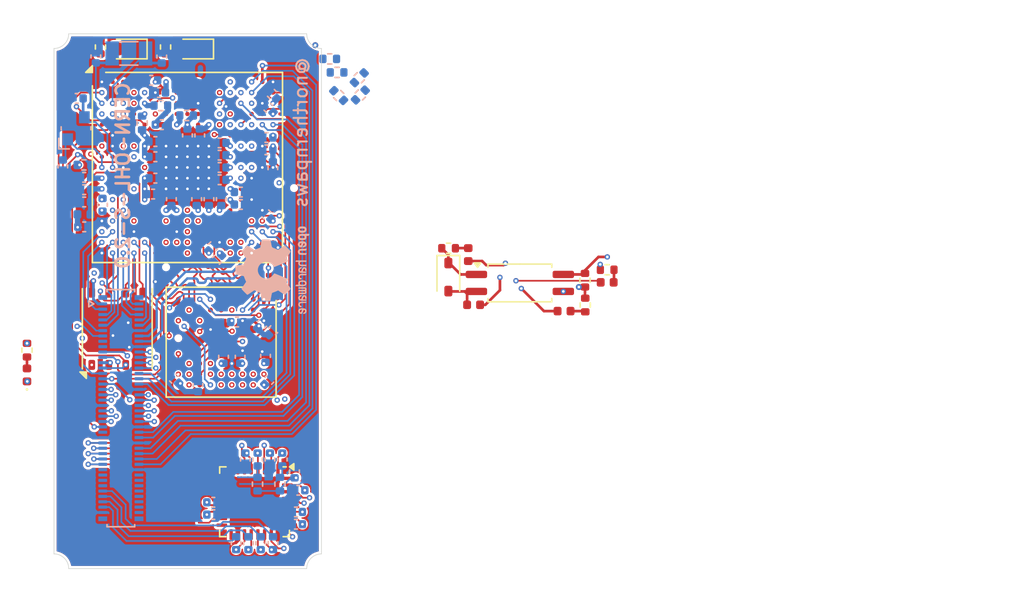
<source format=kicad_pcb>
(kicad_pcb (version 20241229) (generator "pcbnew") (generator_version "9.0")
  (layers (0 "F.Cu" signal "F.Cu (Signal)") (4 "In1.Cu" power "In1.Cu (Ground)") (6 "In2.Cu" power "In2.Cu (Power)") (8 "In3.Cu" signal "In3.Cu (Signal)") (10 "In4.Cu" power "In4.Cu(Ground)") (12 "In5.Cu" signal "In5.Cu (Signal") (14 "In6.Cu" power "In6.Cu (Ground)") (2 "B.Cu" signal "B.Cu (Signal)") (13 "F.Paste" user) (15 "B.Paste" user) (5 "F.SilkS" user "F.Silkscreen") (7 "B.SilkS" user "B.Silkscreen") (1 "F.Mask" user) (3 "B.Mask" user) (25 "Edge.Cuts" user))
  (net 0 "")
  (net 1 "/USB_D-")
  (net 2 "/USB_D+")
  (net 3 "/SWD_IO")
  (net 4 "/SWD_CLK")
  (net 5 "/SWD_SWO")
  (net 6 "/FMC_D14")
  (net 7 "/FMC_SDNRAS")
  (net 8 "/FMC_A5")
  (net 9 "/FMC_A0")
  (net 10 "+3.3V")
  (net 11 "/FMC_D15")
  (net 12 "/FMC_D1")
  (net 13 "/FMC_D3")
  (net 14 "/FMC_D11")
  (net 15 "/FMC_D7")
  (net 16 "/FMC_D9")
  (net 17 "/FMC_A10")
  (net 18 "/FMC_SDCKE0")
  (net 19 "/FMC_D8")
  (net 20 "/FMC_D13")
  (net 21 "/FMC_A3")
  (net 22 "/FMC_D0")
  (net 23 "/FMC_D10")
  (net 24 "/FMC_SDNWE")
  (net 25 "/FMC_NBL0")
  (net 26 "/FMC_D4")
  (net 27 "/FMC_A2")
  (net 28 "/FMC_A7")
  (net 29 "/FMC_NE1")
  (net 30 "/FMC_A1")
  (net 31 "/FMC_D6")
  (net 32 "/FMC_BA0")
  (net 33 "/FMC_CLK")
  (net 34 "/FMC_A9")
  (net 35 "/FMC_A11")
  (net 36 "/FMC_A12")
  (net 37 "/FMC_A8")
  (net 38 "/FMC_D5")
  (net 39 "/FMC_A4")
  (net 40 "/FMC_A6")
  (net 41 "/FMC_D12")
  (net 42 "/FMC_NBL1")
  (net 43 "/FMC_BA1")
  (net 44 "/FMC_D2")
  (net 45 "/QSPI_IO3")
  (net 46 "/QSPI_IO2")
  (net 47 "/QSPI_IO0")
  (net 48 "/QSPI_IO1")
  (net 49 "/QSPI_CLK")
  (net 50 "/QSPI_NCS")
  (net 51 "Net-(U4L-VREF+)")
  (net 52 "Net-(U4L-VREF-)")
  (net 54 "/AUX_OUT_L")
  (net 58 "+3.3VA")
  (net 61 "/AUX_OUT_R")
  (net 74 "/SDMMC1_D3")
  (net 75 "/SDMMC1_D1")
  (net 76 "/SDMMC1_D2")
  (net 77 "/SDMMC1_D0")
  (net 78 "/SDMMC1_CK")
  (net 79 "/VBAT")
  (net 80 "/SDMMC1_CMD")
  (net 81 "/FMC_SDNCAS")
  (net 83 "Net-(D3-A)")
  (net 84 "/I2C_SDA")
  (net 85 "/I2C_SCL")
  (net 86 "Net-(D3-K)")
  (net 87 "Net-(FB2-Pad2)")
  (net 88 "/DIN_IN_SOURCE")
  (net 89 "/DIN_IN_SINK")
  (net 90 "/SAI1_MCLK")
  (net 91 "/SAI1_SCK")
  (net 92 "/SAI1_FS")
  (net 93 "/SAI1_SD_A")
  (net 94 "/SAI1_SD_B")
  (net 96 "/DIN_OUT_SINK")
  (net 97 "Net-(IC1-AUXOUT2)")
  (net 98 "/AUX_IN_R")
  (net 99 "/AUX_IN_L")
  (net 100 "Net-(IC1-AUXOUT1)")
  (net 101 "Net-(IC1-LMICP)")
  (net 102 "Net-(IC1-LMICN)")
  (net 103 "Net-(IC1-RMICP)")
  (net 104 "Net-(IC1-RMICN)")
  (net 105 "Net-(IC1-RAUXIN)")
  (net 106 "Net-(IC1-LAUXIN)")
  (net 107 "Net-(IC1-MICBIAS)")
  (net 108 "Net-(IC1-VREF)")
  (net 119 "Net-(FB4-Pad1)")
  (net 121 "Net-(FB5-Pad1)")
  (net 122 "/DIN_OUT_SOURCE")
  (net 123 "/RST")
  (net 124 "/DIN_MIDI_RX")
  (net 125 "/DIN_MIDI_TX")
  (net 126 "/PA12{slash}4TX")
  (net 127 "/PA11{slash}4RX")
  (net 128 "/MICL")
  (net 129 "/MICR")
  (net 130 "Net-(D1-A)")
  (net 131 "Net-(D2-A)")
  (net 132 "/LED_STATUS")
  (net 133 "Net-(D4-A)")
  (net 134 "/LED_STATUS2")
  (net 135 "GND")
  (net 166 "/HPR")
  (net 167 "/LIN")
  (net 168 "/RIN")
  (net 169 "/SPKL")
  (net 170 "/SPKR")
  (net 171 "/HPL")
  (net 173 "/CODEC_GPIO")
  (net 174 "Net-(C1-Pad1)")
  (net 175 "Net-(C2-Pad1)")
  (net 176 "Net-(C3-Pad1)")
  (net 177 "/BOOT0")
  (net 183 "/SPI_SCK")
  (net 184 "/SPI_MOSI")
  (net 185 "/SPI_MISO")
  (net 186 "/PJ2")
  (net 187 "/PC4")
  (net 188 "/PC5")
  (net 189 "/PB1")
  (net 190 "/PJ3")
  (net 191 "/PB0")
  (net 192 "/PD12")
  (net 193 "/PD11")
  (net 194 "/PD13")
  (net 195 "/PH7")
  (net 196 "/PH8")
  (net 197 "/PB13")
  (net 198 "/PB12")
  (net 199 "/VDDSPK")
  (net 200 "/PA4")
  (net 201 "/PA5")
  (net 202 "/PA3")
  (net 203 "/PA2")
  (net 204 "/PA1")
  (net 205 "/PK0")
  (net 206 "/PK1")
  (net 207 "/PJ11")
  (net 209 "/PH14")
  (net 210 "/PH13")
  (net 211 "/PA9")
  (net 212 "/PA8")
  (net 213 "/QSPI_CS_EXP")
  (net 214 "/EXT_QSPI_DETECT")
  (net 217 "/OSC32_IN")
  (net 218 "/OSC32_OUT")
  (net 219 "/OSC_IN")
  (net 220 "/OSC_OUT")
  (net 221 "/SPI_NSS")
  (net 222 "/PC1")
  (net 223 "/PC2")
  (net 224 "/PH3")
  (net 225 "/PA0")
  (net 226 "/PC3")
  (net 227 "/PC2_C")
  (net 230 "unconnected-(J1-Pin_13-Pad13)")
  (footprint "Package_SO:SOIC-4_4.55x2.6mm_P1.27mm" (layer "F.Cu") (at 104.84 75.635)
    (property "Reference" "U2" (hide yes))
    (property "Value" "LTV-217-G")
  )
  (footprint "Package_DFN_QFN:QFN-32-1EP_5x5mm_P0.5mm_EP3.6x3.6mm" (layer "F.Cu") (at 85 92 -90)
    (property "Reference" "IC1" (hide yes))
    (property "Value" "NAU88C22YG")
  )
  (footprint "LED_SMD:LED_0603_1608Metric" (layer "F.Cu") (at 80.44375 58.14 180)
    (property "Reference" "D2" (hide yes))
    (property "Value" "STATUS")
  )
  (footprint "Inductor_SMD:L_0402_1005Metric" (layer "F.Cu") (at 111.37 75.59 180)
    (property "Reference" "FB4" (hide yes))
    (property "Value" "1K @100MHz")
  )
  (footprint "Resistor_SMD:R_0402_1005Metric" (layer "F.Cu") (at 99.51 73.04 180)
    (property "Reference" "R7" (hide yes))
    (property "Value" "220R")
  )
  (footprint "Inductor_SMD:L_0402_1005Metric" (layer "F.Cu") (at 100.98 73.515 90)
    (property "Reference" "FB2" (hide yes))
    (property "Value" "1K @100MHz")
  )
  (footprint "LED_SMD:LED_0402_1005Metric" (layer "F.Cu") (at 67.98 82.51375 90)
    (property "Reference" "D1" (hide yes))
    (property "Value" "POWER")
  )
  (footprint "Package_BGA:Alliance_TFBGA-54_8x8mm_Layout9x9_P0.8mm" (layer "F.Cu") (at 82.5 80.06 -90)
    (property "Reference" "IC3" (hide yes))
    (property "Value" "IS42S16160J-6BLI")
  )
  (footprint "Resistor_SMD:R_0402_1005Metric" (layer "F.Cu") (at 78.34375 57.99 90)
    (property "Reference" "R15" (hide yes))
    (property "Value" "R")
  )
  (footprint "Diode_SMD:D_SOD-323" (layer "F.Cu") (at 99.4925 75.195 -90)
    (property "Reference" "D3" (hide yes))
    (property "Value" "1N4148WS")
  )
  (footprint "Resistor_SMD:R_0402_1005Metric" (layer "F.Cu") (at 109.73 77.285 90)
    (property "Reference" "R9" (hide yes))
    (property "Value" "33Ω 5% 0.5W")
  )
  (footprint "Inductor_SMD:L_0402_1005Metric" (layer "F.Cu") (at 108.145 77.74 180)
    (property "Reference" "FB5" (hide yes))
    (property "Value" "1K @100MHz")
  )
  (footprint "Resistor_SMD:R_0402_1005Metric" (layer "F.Cu") (at 111.37 74.65)
    (property "Reference" "R8" (hide yes))
    (property "Value" "10Ω 5% 0.25W")
  )
  (footprint "Package_BGA:TFBGA-265_14x14mm_Layout17x17_P0.8mm" (layer "F.Cu") (at 79.98 67)
    (property "Reference" "U4" (hide yes))
    (property "Value" "STM32H750XBHx")
  )
  (footprint "Resistor_SMD:R_0402_1005Metric" (layer "F.Cu") (at 67.98 80.66125 -90)
    (property "Reference" "R16" (hide yes))
    (property "Value" "R")
  )
  (footprint "Package_SON:WSON-8-1EP_6x5mm_P1.27mm_EP3.4x4.3mm" (layer "F.Cu") (at 74.73 79.0625 90)
    (property "Reference" "U1" (hide yes))
    (property "Value" "W25Q128JVP")
  )
  (footprint "Resistor_SMD:R_0402_1005Metric" (layer "F.Cu") (at 109.71 75.43 90)
    (property "Reference" "R6" (hide yes))
    (property "Value" "R")
  )
  (footprint "LED_SMD:LED_0603_1608Metric" (layer "F.Cu") (at 75.47625 58.14 180)
    (property "Reference" "D4" (hide yes))
    (property "Value" "STATUS2")
  )
  (footprint "Inductor_SMD:L_0402_1005Metric" (layer "F.Cu") (at 101.38 77.27 180)
    (property "Reference" "FB3" (hide yes))
    (property "Value" "1K @100MHz")
  )
  (footprint "Resistor_SMD:R_0402_1005Metric" (layer "F.Cu") (at 73.47625 57.99 90)
    (property "Reference" "R17" (hide yes))
    (property "Value" "R")
  )
  (footprint "Resistor_SMD:R_0402_1005Metric" (layer "B.Cu") (at 76.59 63.67 90)
    (property "Reference" "R1" (hide yes))
    (property "Value" "4.7k")
  )
  (footprint "Capacitor_SMD:C_0402_1005Metric" (layer "B.Cu") (at 77.58 65.06)
    (property "Reference" "C69" (hide yes))
    (property "Value" "10uF")
  )
  (footprint "Capacitor_SMD:C_0402_1005Metric" (layer "B.Cu") (at 86.099411 82.880589 45)
    (property "Reference" "C13" (hide yes))
    (property "Value" "100nF")
  )
  (footprint "Capacitor_SMD:C_0402_1005Metric" (layer "B.Cu") (at 82.68 81.16 90)
    (property "Reference" "C14" (hide yes))
    (property "Value" "100nF")
  )
  (footprint "Capacitor_SMD:C_0402_1005Metric" (layer "B.Cu") (at 80.67 69.37 90)
    (property "Reference" "C61" (hide yes))
    (property "Value" "100nF")
  )
  (footprint "Capacitor_SMD:C_0402_1005Metric" (layer "B.Cu") (at 86.38 95.1 90)
    (property "Reference" "C20" (hide yes))
    (property "Value" "1uF")
  )
  (footprint "Capacitor_SMD:C_0402_1005Metric" (layer "B.Cu") (at 82.39 66.08 180)
    (property "Reference" "C57" (hide yes))
    (property "Value" "100nF")
  )
  (footprint "Resistor_SMD:R_0402_1005Metric" (layer "B.Cu") (at 91.17 59.89)
    (property "Reference" "R13" (hide yes))
    (property "Value" "10k")
  )
  (footprint "Resistor_SMD:R_0402_1005Metric" (layer "B.Cu") (at 86.9 90.68 -90)
    (property "Reference" "R4" (hide yes))
    (property "Value" "2k2")
  )
  (footprint "Capacitor_SMD:C_0402_1005Metric" (layer "B.Cu") (at 88.1 92.76 180)
    (property "Reference" "C29" (hide yes))
    (property "Value" "4.7uF")
  )
  (footprint "Resistor_SMD:R_0402_1005Metric" (layer "B.Cu") (at 90.62 58.88)
    (property "Reference" "R10" (hide yes))
    (property "Value" "10k")
  )
  (footprint "Resistor_SMD:R_0402_1005Metric" (layer "B.Cu") (at 92.83 60.29 -135)
    (property "Reference" "R14" (hide yes))
    (property "Value" "10k")
  )
  (footprint "Capacitor_SMD:C_0402_1005Metric" (layer "B.Cu") (at 85.82 81.09 90)
    (property "Reference" "C11" (hide yes))
    (property "Value" "100nF")
  )
  (footprint "Capacitor_SMD:C_0402_1005Metric" (layer "B.Cu") (at 78.980589 82.790589 135)
    (property "Reference" "C9" (hide yes))
    (property "Value" "100nF")
  )
  (footprint "Capacitor_SMD:C_0402_1005Metric" (layer "B.Cu") (at 82.51 69.37 90)
    (property "Reference" "C48" (hide yes))
    (property "Value" "100nF")
  )
  (footprint "Capacitor_SMD:C_0402_1005Metric" (layer "B.Cu") (at 77.27 60.48 180)
    (property "Reference" "C37" (hide yes))
    (property "Value" "4.7uF")
  )
  (footprint "Capacitor_SMD:C_0402_1005Metric" (layer "B.Cu") (at 80.77 83.28 90)
    (property "Reference" "C35" (hide yes))
    (property "Value" "10uF")
  )
  (footprint "Crystal:Crystal_SMD_Abracon_ABM10-4Pin_2.5x2.0mm" (layer "B.Cu") (at 71.645 64.07)
    (property "Reference" "Y1" (hide yes))
    (property "Value" "Crystal_GND24")
  )
  (footprint "Capacitor_SMD:C_0402_1005Metric" (layer "B.Cu") (at 72.26 69.58 180)
    (property "Reference" "C31" (hide yes))
    (property "Value" "1uF")
  )
  (footprint "Capacitor_SMD:C_0402_1005Metric" (layer "B.Cu") (at 85.46 95.1 90)
    (property "Reference" "C21" (hide yes))
    (property "Value" "1uF")
  )
  (footprint "Capacitor_SMD:C_0402_1005Metric" (layer "B.Cu") (at 78.06 63.8)
    (property "Reference" "C62" (hide yes))
    (property "Value" "100nF")
  )
  (footprint "Capacitor_SMD:C_0402_1005Metric" (layer "B.Cu") (at 72.26 68.66 180)
    (property "Reference" "C30" (hide yes))
    (property "Value" "10nF")
  )
  (footprint "Capacitor_SMD:C_0402_1005Metric" (layer "B.Cu") (at 82.39 65.16 180)
    (property "Reference" "C51" (hide yes))
    (property "Value" "100nF")
  )
  (footprint "Capacitor_SMD:C_0402_1005Metric" (layer "B.Cu") (at 86.040589 62.540589 135)
    (property "Reference" "C2" (hide yes))
    (property "Value" "2.2 uF <100 mΩ ESR")
  )
  (footprint "Capacitor_SMD:C_0402_1005Metric" (layer "B.Cu") (at 84.31 88.84 90)
    (property "Reference" "C25" (hide yes))
    (property "Value" "1uF")
  )
  (footprint "Capacitor_SMD:C_0402_1005Metric" (layer "B.Cu") (at 78.06 58.71 -90)
    (property "Reference" "C39" (hide yes))
    (property "Value" "C")
  )
  (footprint "Symbol:OSHW-Logo2_7.3x6mm_SilkScreen" (layer "B.Cu") (at 86.33 74.68 -90)
    (property "Reference" "REF**" (hide yes))
    (property "Value" "OSHW-Logo2_7.3x6mm_SilkScreen" (hide yes))
  )
  (footprint "Capacitor_SMD:C_0402_1005Metric" (layer "B.Cu") (at 81.91 92.04)
    (property "Reference" "C17" (hide yes))
    (property "Value" "4.7uF")
  )
  (footprint "Resistor_SMD:R_0402_1005Metric" (layer "B.Cu") (at 79.92 63.11 180)
    (property "Reference" "R18" (hide yes))
    (property "Value" "10k")
  )
  (footprint "Capacitor_SMD:C_0402_1005Metric" (layer "B.Cu") (at 71.7 61.83)
    (property "Reference" "C46" (hide yes))
    (property "Value" "C")
  )
  (footprint "Capacitor_SMD:C_0402_1005Metric" (layer "B.Cu") (at 80.9 64.6 -90)
    (property "Reference" "C68" (hide yes))
    (property "Value" "100nF")
  )
  (footprint "Capacitor_SMD:C_0402_1005Metric" (layer "B.Cu") (at 85.89 65.68 180)
    (property "Reference" "C5" (hide yes))
    (property "Value" "100nF")
  )
  (footprint "Capacitor_SMD:C_0402_1005Metric" (layer "B.Cu") (at 86.37 67.05 -90)
    (property "Reference" "C6" (hide yes))
    (property "Value" "1uF")
  )
  (footprint "Capacitor_SMD:C_0402_1005Metric" (layer "B.Cu") (at 77.58 66.2)
    (property "Reference" "C64" (hide yes))
    (property "Value" "100nF")
  )
  (footprint "Capacitor_SMD:C_0402_1005Metric" (layer "B.Cu") (at 83.97 68.84)
    (property "Reference" "C7" (hide yes))
    (property "Value" "100nF")
  )
  (footprint "Capacitor_SMD:C_0402_1005Metric" (layer "B.Cu") (at 81.91 92.96)
    (property "Reference" "C16" (hide yes))
    (property "Value" "4.7uF")
  )
  (footprint "Capacitor_SMD:C_0402_1005Metric" (layer "B.Cu") (at 87.07 88.84 90)
    (property "Reference" "C22" (hide yes))
    (property "Value" "1uF")
  )
  (footprint "Capacitor_SMD:C_0402_1005Metric" (layer "B.Cu") (at 70.66 66.92 90)
    (property "Reference" "C47" (hide yes))
    (property "Value" "C")
  )
  (footprint "Capacitor_SMD:C_0402_1005Metric" (layer "B.Cu") (at 85.56 78.7 45)
    (property "Reference" "C10" (hide yes))
    (property "Value" "100nF")
  )
  (footprint "Capacitor_SMD:C_0402_1005Metric" (layer "B.Cu") (at 79.98 64.6 -90)
    (property "Reference" "C56" (hide yes))
    (property "Value" "100nF")
  )
  (footprint "Capacitor_SMD:C_0402_1005Metric" (layer "B.Cu") (at 86.389411 79.170589 45)
    (property "Reference" "C34" (hide yes))
    (property "Value" "10uF")
  )
  (footprint "Capacitor_SMD:C_0402_1005Metric" (layer "B.Cu") (at 85.88 70.51 135)
    (property "Reference" "C60" (hide yes))
    (property "Value" "100nF")
  )
  (footprint "Capacitor_SMD:C_0402_1005Metric" (layer "B.Cu") (at 82.19 73.91 -135)
    (property "Reference" "C38" (hide yes))
    (property "Value" "4.7uF")
  )
  (footprint "Capacitor_SMD:C_0402_1005Metric" (layer "B.Cu") (at 83.97 69.77)
    (property "Reference" "C50" (hide yes))
    (property "Value" "100nF")
  )
  (footprint "Capacitor_SMD:C_0402_1005Metric" (layer "B.Cu") (at 83.69 78.56)
    (property "Reference" "C8" (hide yes))
    (property "Value" "100nF")
  )
  (footprint "Capacitor_SMD:C_0402_1005Metric" (layer "B.Cu") (at 72.26 71.44)
    (property "Reference" "C32" (hide yes))
    (property "Value" "1uF")
  )
  (footprint "Capacitor_SMD:C_0402_1005Metric" (layer "B.Cu") (at 83.92 81.16 90)
    (property "Reference" "C12" (hide yes))
    (property "Value" "100nF")
  )
  (footprint "Resistor_SMD:R_0402_1005Metric" (layer "B.Cu") (at 77.99 62.37 180)
    (property "Reference" "R2" (hide yes))
    (property "Value" "4.7k")
  )
  (footprint "Capacitor_SMD:C_0402_1005Metric" (layer "B.Cu") (at 88.28 91.14 180)
    (property "Reference" "C19" (hide yes))
    (property "Value" "4.7uF")
  )
  (footprint "Capacitor_SMD:C_0402_1005Metric" (layer "B.Cu") (at 81.900589 72.899411 45)
    (property "Reference" "C1" (hide yes))
    (property "Value" "2.2 uF <100 mΩ ESR")
  )
  (footprint "Capacitor_SMD:C_0402_1005Metric" (layer "B.Cu") (at 85.23 88.84 90)
    (property "Reference" "C24" (hide yes))
    (property "Value" "1uF")
  )
  (footprint "Capacitor_SMD:C_0402_1005Metric" (layer "B.Cu") (at 81.59 69.37 90)
    (property "Reference" "C54" (hide yes))
    (property "Value" "100nF")
  )
  (footprint "Resistor_SMD:R_0402_1005Metric" (layer "B.Cu") (at 85.22 90.68 -90)
    (property "Reference" "R3" (hide yes))
    (property "Value" "2k2")
  )
  (footprint "Capacitor_SMD:C_0402_1005Metric" (layer "B.Cu") (at 77.41 68.99)
    (property "Reference" "C52" (hide yes))
    (property "Value" "100nF")
  )
  (footprint "Capacitor_SMD:C_0402_1005Metric" (layer "B.Cu") (at 86.15 88.84 90)
    (property "Reference" "C23" (hide yes))
    (property "Value" "1uF")
  )
  (footprint "Capacitor_SMD:C_0402_1005Metric" (layer "B.Cu") (at 86.300589 61.5 135)
    (property "Reference" "C36" (hide yes))
    (property "Value" "4.7uF")
  )
  (footprint "Capacitor_SMD:C_0402_1005Metric" (layer "B.Cu") (at 83.62 95.1 90)
    (property "Reference" "C27" (hide yes))
    (property "Value" "1uF")
  )
  (footprint "Capacitor_SMD:C_0402_1005Metric" (layer "B.Cu") (at 84.54 95.1 90)
    (property "Reference" "C26" (hide yes))
    (property "Value" "1uF")
  )
  (footprint "Resistor_SMD:R_0402_1005Metric" (layer "B.Cu") (at 72.24 66.81)
    (property "Reference" "R5" (hide yes))
    (property "Value" "10k")
  )
  (footprint "Inductor_SMD:L_0402_1005Metric" (layer "B.Cu") (at 72.24 70.51 180)
    (property "Reference" "FB1" (hide yes))
    (property "Value" "120R")
  )
  (footprint "Capacitor_SMD:C_0402_1005Metric" (layer "B.Cu") (at 85.89 64.76 180)
    (property "Reference" "C4" (hide yes))
    (property "Value" "1uF 600mΩ")
  )
  (footprint "Capacitor_SMD:C_0402_1005Metric" (layer "B.Cu") (at 73.63 69.79 -90)
    (property "Reference" "C15" (hide yes))
    (property "Value" "C")
  )
  (footprint "Capacitor_SMD:C_0402_1005Metric" (layer "B.Cu") (at 72.26 67.7375 180)
    (property "Reference" "C33" (hide yes))
    (property "Value" "100nF")
  )
  (footprint "Capacitor_SMD:C_0402_1005Metric" (layer "B.Cu") (at 77.86 61.4 180)
    (property "Reference" "C3" (hide yes))
    (property "Value" "2.2 uF <100 mΩ ESR")
  )
  (footprint "Connector_Hirose_DF40:Hirose_DF40C-80DP-0.4V_2x40-1MP_P0.4mm" (layer "B.Cu") (at 75 85 -90)
    (property "Reference" "J1" (hide yes))
    (property "Value" "Connector")
  )
  (footprint "Resistor_SMD:R_0402_1005Metric" (layer "B.Cu") (at 91.289376 61.619376 -45)
    (property "Reference" "R11" (hide yes))
    (property "Value" "10k")
  )
  (footprint "Resistor_SMD:R_0402_1005Metric" (layer "B.Cu") (at 92.91 61.58 -135)
    (property "Reference" "R12" (hide yes))
    (property "Value" "10k")
  )
  (footprint "Capacitor_SMD:C_0402_1005Metric" (layer "B.Cu") (at 78.78 69.37 90)
    (property "Reference" "C67" (hide yes))
    (property "Value" "100nF")
  )
  (footprint "Capacitor_SMD:C_0402_1005Metric" (layer "B.Cu") (at 82.39 67 180)
    (property "Reference" "C63" (hide yes))
    (property "Value" "100nF")
  )
  (footprint "Capacitor_SMD:C_0402_1005Metric" (layer "B.Cu") (at 73.13 58.7 -90)
    (property "Reference" "C40" (hide yes))
    (property "Value" "C")
  )
  (footprint "Capacitor_SMD:C_0402_1005Metric" (layer "B.Cu") (at 82.39 67.92 180)
    (property "Reference" "C55" (hide yes))
    (property "Value" "100nF")
  )
  (footprint "Capacitor_SMD:C_0402_1005Metric" (layer "B.Cu") (at 88.1 93.68 180)
    (property "Reference" "C18" (hide yes))
    (property "Value" "4.7uF")
  )
  (footprint "Capacitor_SMD:C_0402_1005Metric" (layer "B.Cu") (at 87.99 89.73 90)
    (property "Reference" "C28" (hide yes))
    (property "Value" "4.7uF")
  )
  (footprint "Capacitor_SMD:C_0402_1005Metric" (layer "B.Cu") (at 77.58 67.8)
    (property "Reference" "C58" (hide yes))
    (property "Value" "100nF")
  )
  (footprint "Crystal:Crystal_SMD_3215-2Pin_3.2x1.5mm" (layer "B.Cu") (at 75.6 58.47 180)
    (property "Reference" "Y3" (hide yes))
    (property "Value" "32.768kHz")
  )
  (gr_arc (start 88.9 97) (mid 89.222183 96.222183) (end 90 95.9) (stroke (width 0.05)) (layer "Edge.Cuts"))
  (gr_arc (start 90 58.1) (mid 89.222183 57.777817) (end 88.9 57) (stroke (width 0.05)) (layer "Edge.Cuts"))
  (gr_line (start 71.1 57) (end 88.9 57) (stroke (width 0.05)) (layer "Edge.Cuts"))
  (gr_line (start 70 58.1) (end 70 95.9) (stroke (width 0.05)) (layer "Edge.Cuts"))
  (gr_line (start 90 95.9) (end 90 58.1) (stroke (width 0.05)) (layer "Edge.Cuts"))
  (gr_line (start 88.9 97) (end 71.1 97) (stroke (width 0.05)) (layer "Edge.Cuts"))
  (gr_arc (start 71.1 57) (mid 70.777817 57.777817) (end 70 58.1) (stroke (width 0.05)) (layer "Edge.Cuts"))
  (gr_arc (start 70 95.9) (mid 70.777817 96.222183) (end 71.1 97) (stroke (width 0.05)) (layer "Edge.Cuts"))
  (gr_text "CERN-OHL-S-2.0" (at 75.74 60.53 90) (layer "B.SilkS") (effects (font (size 1 1) (thickness 0.2) (bold yes)) (justify left bottom mirror)))
  (gr_text "@northernpaws" (at 89.04 58.67 90) (layer "B.SilkS") (effects (font (size 1 1)) (justify left bottom mirror)))
  (via (at 84.78 73.4) (size 0.4) (drill 0.2) (layers "F.Cu" "B.Cu") (net 1))
  (segment (start 82.005832 75.3) (end 83.42 75.3) (width 0.1773) (layer "B.Cu") (net 1))
  (segment (start 77.24 80) (end 78.09 79.15) (width 0.1773) (layer "B.Cu") (net 1))
  (segment (start 80.907051 75.62985) (end 81.177201 75.62985) (width 0.1773) (layer "B.Cu") (net 1))
  (segment (start 79.97 75.3) (end 80.577201 75.3) (width 0.1773) (layer "B.Cu") (net 1))
  (segment (start 81.777201 75.3) (end 82.005832 75.3) (width 0.1773) (layer "B.Cu") (net 1))
  (segment (start 83.42 75.3) (end 84.78 73.94) (width 0.1773) (layer "B.Cu") (net 1))
  (segment (start 76.355 80) (end 77.24 80) (width 0.1773) (layer "B.Cu") (net 1))
  (segment (start 78.09 77.18) (end 79.97 75.3) (width 0.1773) (layer "B.Cu") (net 1))
  (segment (start 78.09 79.15) (end 78.09 77.18) (width 0.1773) (layer "B.Cu") (net 1))
  (segment (start 84.78 73.94) (end 84.78 73.4) (width 0.1773) (layer "B.Cu") (net 1))
  (segment (start 81.507051 75.3) (end 81.777201 75.3) (width 0.1773) (layer "B.Cu") (net 1))
  (arc (start 80.577201 75.3) (mid 80.693821 75.348305) (end 80.742126 75.464925) (width 0.1773) (layer "B.Cu") (net 1))
  (arc (start 81.177201 75.62985) (mid 81.293821 75.581545) (end 81.342126 75.464925) (width 0.1773) (layer "B.Cu") (net 1))
  (arc (start 81.342126 75.464925) (mid 81.390431 75.348305) (end 81.507051 75.3) (width 0.1773) (layer "B.Cu") (net 1))
  (arc (start 80.742126 75.464925) (mid 80.790431 75.581545) (end 80.907051 75.62985) (width 0.1773) (layer "B.Cu") (net 1))
  (via (at 84.78 72.6) (size 0.4) (drill 0.2) (layers "F.Cu" "B.Cu") (net 2))
  (segment (start 84.38 73) (end 84.38 73.77) (width 0.1773) (layer "B.Cu") (net 2))
  (segment (start 77.07 79.6) (end 76.355 79.6) (width 0.1773) (layer "B.Cu") (net 2))
  (segment (start 77.68 76.96) (end 77.68 78.99) (width 0.1773) (layer "B.Cu") (net 2))
  (segment (start 79.838992 74.801008) (end 77.68 76.96) (width 0.1773) (layer "B.Cu") (net 2))
  (segment (start 83.348992 74.801008) (end 79.838992 74.801008) (width 0.1773) (layer "B.Cu") (net 2))
  (segment (start 77.68 78.99) (end 77.07 79.6) (width 0.1773) (layer "B.Cu") (net 2))
  (segment (start 84.78 72.6) (end 84.38 73) (width 0.1773) (layer "B.Cu") (net 2))
  (segment (start 84.38 73.77) (end 83.348992 74.801008) (width 0.1773) (layer "B.Cu") (net 2))
  (via (at 84.78 62.2) (size 0.4) (drill 0.2) (layers "F.Cu" "B.Cu") (net 3))
  (via (at 74.29 85.2) (size 0.4) (drill 0.2) (layers "F.Cu" "B.Cu") (net 3))
  (segment (start 73.645 85.2) (end 74.29 85.2) (width 0.127) (layer "B.Cu") (net 3))
  (via (at 74.65 85.6) (size 0.4) (drill 0.2) (layers "F.Cu" "B.Cu") (net 4))
  (via (at 83.98 61.4) (size 0.4) (drill 0.2) (layers "F.Cu" "B.Cu") (net 4))
  (segment (start 73.645 85.6) (end 74.65 85.6) (width 0.127) (layer "B.Cu") (net 4))
  (segment (start 78.87 61.8) (end 78.86 61.81) (width 0.127) (layer "F.Cu") (net 5))
  (segment (start 77.97 61.81) (end 77.58 62.2) (width 0.127) (layer "F.Cu") (net 5))
  (segment (start 78.86 61.81) (end 77.97 61.81) (width 0.127) (layer "F.Cu") (net 5))
  (via (at 74.27 86) (size 0.4) (drill 0.2) (layers "F.Cu" "B.Cu") (net 5))
  (via (at 78.87 61.8) (size 0.4) (drill 0.2) (layers "F.Cu" "B.Cu") (net 5))
  (segment (start 73.645 86) (end 74.27 86) (width 0.127) (layer "B.Cu") (net 5))
  (segment (start 86.0155 74.493251) (end 86.0155 72.9645) (width 0.127) (layer "F.Cu") (net 6))
  (segment (start 86.0395 74.517251) (end 86.0155 74.493251) (width 0.127) (layer "F.Cu") (net 6))
  (segment (start 86.0155 72.9645) (end 86.38 72.6) (width 0.127) (layer "F.Cu") (net 6))
  (via (at 84.1 77.66) (size 0.4) (drill 0.2) (layers "F.Cu" "B.Cu") (remove_unused_layers yes) (net 6))
  (via (at 86.0395 74.517251) (size 0.4) (drill 0.2) (layers "F.Cu" "B.Cu") (net 6))
  (segment (start 86.0155 74.541251) (end 86.0155 75.7445) (width 0.127) (layer "B.Cu") (net 6))
  (segment (start 86.0155 75.7445) (end 84.1 77.66) (width 0.127) (layer "B.Cu") (net 6))
  (via (at 81.7 82.46) (size 0.4) (drill 0.2) (layers "F.Cu" "B.Cu") (remove_unused_layers yes) (net 7))
  (via (at 78.38 72.6) (size 0.4) (drill 0.2) (layers "F.Cu" "B.Cu") (remove_unused_layers yes) (net 7))
  (segment (start 78.61 79.580958) (end 78.61 78.35) (width 0.127) (layer "F.Cu") (net 8))
  (segment (start 78.61 78.35) (end 79.3 77.66) (width 0.127) (layer "F.Cu") (net 8))
  (segment (start 75.58 66.6) (end 75.98 67) (width 0.127) (layer "F.Cu") (net 8))
  (segment (start 73.3495 66.6) (end 75.58 66.6) (width 0.127) (layer "F.Cu") (net 8))
  (segment (start 72.7495 66) (end 73.3495 66.6) (width 0.127) (layer "F.Cu") (net 8))
  (via (at 78.607118 79.58384) (size 0.4) (drill 0.2) (layers "F.Cu" "B.Cu") (remove_unused_layers yes) (net 8))
  (via (at 73.005 74.895) (size 0.4) (drill 0.2) (layers "F.Cu" "B.Cu") (net 8))
  (via (at 72.7495 66) (size 0.4) (drill 0.2) (layers "F.Cu" "B.Cu") (remove_unused_layers yes) (net 8))
  (via (at 75.98 65.4) (size 0.4) (drill 0.2) (layers "F.Cu" "B.Cu") (remove_unused_layers yes) (net 9))
  (via (at 80.1 81.66) (size 0.4) (drill 0.2) (layers "F.Cu" "B.Cu") (remove_unused_layers yes) (net 9))
  (segment (start 109.25358 75.94) (end 109.71 75.94) (width 0.4) (layer "F.Cu") (net 10))
  (segment (start 72.84 75.59) (end 72.84 76.3475) (width 0.4) (layer "F.Cu") (net 10))
  (segment (start 82.55 92.25) (end 81.64 92.25) (width 0.127) (layer "F.Cu") (net 10))
  (segment (start 72.95 75.48) (end 72.84 75.59) (width 0.4) (layer "F.Cu") (net 10))
  (segment (start 77.58 63.8) (end 78.38 63.8) (width 0.4) (layer "F.Cu") (net 10))
  (segment (start 81.64 92.25) (end 81.43 92.04) (width 0.127) (layer "F.Cu") (net 10))
  (segment (start 72.84 76.3475) (end 72.825 76.3625) (width 0.4) (layer "F.Cu") (net 10))
  (segment (start 87.45 90.75) (end 88.37 90.75) (width 0.127) (layer "F.Cu") (net 10))
  (segment (start 82.55 92.75) (end 81.64 92.75) (width 0.127) (layer "F.Cu") (net 10))
  (segment (start 109.71 75.77) (end 109.71 76.755) (width 0.2) (layer "F.Cu") (net 10))
  (segment (start 109.71 76.595) (end 109.73 76.615) (width 0.2) (layer "F.Cu") (net 10))
  (segment (start 84.9 78.46) (end 84.93 78.46) (width 0.127) (layer "F.Cu") (net 10))
  (segment (start 84.93 78.46) (end 85.32 78.85) (width 0.2) (layer "F.Cu") (net 10))
  (segment (start 81.64 92.75) (end 81.43 92.96) (width 0.127) (layer "F.Cu") (net 10))
  (segment (start 88.37 90.75) (end 88.76 91.14) (width 0.127) (layer "F.Cu") (net 10))
  (via (at 83.3 78.46) (size 0.4) (drill 0.2) (layers "F.Cu" "B.Cu") (remove_unused_layers yes) (zone_layer_connections "In2.Cu") (net 10))
  (via (at 76.78 68.6) (size 0.4) (drill 0.2) (layers "F.Cu" "B.Cu") (remove_unused_layers yes) (zone_layer_connections "In2.Cu") (net 10))
  (via (at 86.38 65.4) (size 0.4) (drill 0.2) (layers "F.Cu" "B.Cu") (remove_unused_layers yes) (zone_layer_connections "In2.Cu") (net 10))
  (via (at 85.32 78.85) (size 0.4) (drill 0.2) (layers "F.Cu" "B.Cu") (remove_unused_layers yes) (zone_layer_connections "In2.Cu") (net 10))
  (via (at 82.38 73.4) (size 0.4) (drill 0.2) (layers "F.Cu" "B.Cu") (remove_unused_layers yes) (zone_layer_connections "In2.Cu") (net 10))
  (via (at 83.18 67) (size 0.4) (drill 0.2) (layers "F.Cu" "B.Cu") (remove_unused_layers yes) (zone_layer_connections "In2.Cu") (net 10))
  (via (at 109.25358 75.94) (size 0.45) (drill 0.2) (layers "F.Cu" "B.Cu") (net 10))
  (via (at 67.98 80.15125) (size 0.45) (drill 0.2) (layers "F.Cu" "B.Cu") (net 10))
  (via (at 83.18 66.2) (size 0.4) (drill 0.2) (layers "F.Cu" "B.Cu") (remove_unused_layers yes) (zone_layer_connections "In2.Cu") (net 10))
  (via (at 81.43 92.96) (size 0.4) (drill 0.2) (layers "F.Cu" "B.Cu") (net 10))
  (via (at 76.78 69.4) (size 0.4) (drill 0.2) (layers "F.Cu" "B.Cu") (remove_unused_layers yes) (zone_layer_connections "In2.Cu") (net 10))
  (via (at 76.78 65.4) (size 0.4) (drill 0.2) (layers "F.Cu" "B.Cu") (remove_unused_layers yes) (zone_layer_connections "In2.Cu") (net 10))
  (via (at 72.95 75.48) (size 0.4) (drill 0.2) (layers "F.Cu" "B.Cu") (net 10))
  (via (at 81.58 70.2) (size 0.4) (drill 0.2) (layers "F.Cu" "B.Cu") (remove_unused_layers yes) (zone_layer_connections "In2.Cu") (net 10))
  (via (at 71.77 71.47) (size 0.4) (drill 0.2) (layers "F.Cu" "B.Cu") (remove_unused_layers yes) (zone_layer_connections "In2.Cu") (net 10))
  (via (at 76.78 66.2) (size 0.4) (drill 0.2) (layers "F.Cu" "B.Cu") (remove_unused_layers yes) (zone_layer_connections "In2.Cu") (net 10))
  (via (at 88.76 91.14) (size 0.4) (drill 0.2) (layers "F.Cu" "B.Cu") (net 10))
  (via (at 83.18 68.6) (size 0.4) (drill 0.2) (layers "F.Cu" "B.Cu") (remove_unused_layers yes) (zone_layer_connections "In2.Cu") (net 10))
  (via (at 82.38 70.2) (size 0.4) (drill 0.2) (layers "F.Cu" "B.Cu") (remove_unused_layers yes) (zone_layer_connections "In2.Cu") (net 10))
  (via (at 71.91 66.81) (size 0.4) (drill 0.2) (layers "F.Cu" "B.Cu") (remove_unused_layers yes) (zone_layer_connections "In2.Cu") (net 10))
  (via (at 83.18 67.8) (size 0.4) (drill 0.2) (layers "F.Cu" "B.Cu") (remove_unused_layers yes) (zone_layer_connections "In2.Cu") (net 10))
  (via (at 81.58 63.8) (size 0.4) (drill 0.2) (layers "F.Cu" "B.Cu") (remove_unused_layers yes) (zone_layer_connections "In2.Cu") (net 10))
  (via (at 77.58 63.8) (size 0.4) (drill 0.2) (layers "F.Cu" "B.Cu") (remove_unused_layers yes) (zone_layer_connections "In2.Cu") (net 10))
  (via (at 80.78 70.2) (size 0.4) (drill 0.2) (layers "F.Cu" "B.Cu") (remove_unused_layers yes) (zone_layer_connections "In2.Cu") (net 10))
  (via (at 86.38 62.2) (size 0.4) (drill 0.2) (layers "F.Cu" "B.Cu") (net 10))
  (via (at 85.7 83.26) (size 0.4) (drill 0.2) (layers "F.Cu" "B.Cu") (remove_unused_layers yes) (zone_layer_connections "In2.Cu") (net 10))
  (via (at 86.38 64.6) (size 0.4) (drill 0.2) (layers "F.Cu" "B.Cu") (remove_unused_layers yes) (zone_layer_connections "In2.Cu") (net 10))
  (via (at 83.18 65.4) (size 0.4) (drill 0.2) (layers "F.Cu" "B.Cu") (remove_unused_layers yes) (zone_layer_connections "In2.Cu") (net 10))
  (via (at 85.7 81.66) (size 0.4) (drill 0.2) (layers "F.Cu" "B.Cu") (remove_unused_layers yes) (zone_layer_connections "In2.Cu") (net 10))
  (via (at 84.1 81.66) (size 0.4) (drill 0.2) (layers "F.Cu" "B.Cu") (remove_unused_layers yes) (zone_layer_connections "In2.Cu") (net 10))
  (via (at 82.5 81.66) (size 0.4) (drill 0.2) (layers "F.Cu" "B.Cu") (remove_unused_layers yes) (zone_layer_connections "In2.Cu") (net 10))
  (via (at 77.58 60.6) (size 0.4) (drill 0.2) (layers "F.Cu" "B.Cu") (net 10))
  (via (at 76.78 67.8) (size 0.4) (drill 0.2) (layers "F.Cu" "B.Cu") (remove_unused_layers yes) (zone_layer_connections "In2.Cu") (net 10))
  (via (at 79.18 70.2) (size 0.4) (drill 0.2) (layers "F.Cu" "B.Cu") (remove_unused_layers yes) (zone_layer_connections "In2.Cu") (net 10))
  (via (at 81.43 92.04) (size 0.4) (drill 0.2) (layers "F.Cu" "B.Cu") (net 10))
  (via (at 83.18 69.4) (size 0.4) (drill 0.2) (layers "F.Cu" "B.Cu") (remove_unused_layers yes) (zone_layer_connections "In2.Cu") (net 10))
  (via (at 78.38 70.2) (size 0.4) (drill 0.2) (layers "F.Cu" "B.Cu") (remove_unused_layers yes) (zone_layer_connections "In2.Cu") (net 10))
  (via (at 76.78 64.6) (size 0.4) (drill 0.2) (layers "F.Cu" "B.Cu") (remove_unused_layers yes) (zone_layer_connections "In2.Cu") (net 10))
  (via (at 86.38 71) (size 0.4) (drill 0.2) (layers "F.Cu" "B.Cu") (remove_unused_layers yes) (zone_layer_connections "In2.Cu") (net 10))
  (via (at 79.98 63.8) (size 0.4) (drill 0.2) (layers "F.Cu" "B.Cu") (remove_unused_layers yes) (zone_layer_connections "In2.Cu") (net 10))
  (via (at 79.45 83.15) (size 0.4) (drill 0.2) (layers "F.Cu" "B.Cu") (remove_unused_layers yes) (zone_layer_connections "In2.Cu") (net 10))
  (segment (start 83.18 65.4) (end 82.94 65.16) (width 0.4) (layer "B.Cu") (net 10))
  (segment (start 83.18 69.4) (end 83.18 69.46) (width 0.4) (layer "B.Cu") (net 10))
  (segment (start 78.38 70.2) (end 78.43 70.2) (width 0.4) (layer "B.Cu") (net 10))
  (segment (start 76.78 66.2) (end 77.1 66.2) (width 0.4) (layer "B.Cu") (net 10))
  (segment (start 85.691178 79.51) (end 85.220589 79.039411) (width 0.4) (layer "B.Cu") (net 10))
  (segment (start 77.58 63.8) (end 77.58 63.7) (width 0.4) (layer "B.Cu") (net 10))
  (segment (start 80.95 59.54) (end 80.95 60) (width 0.4) (layer "B.Cu") (net 10))
  (segment (start 78.55 62.73) (end 78.55 62.37) (width 0.4) (layer "B.Cu") (net 10))
  (segment (start 76.78 68.6) (end 76.78 68.84) (width 0.4) (layer "B.Cu") (net 10))
  (segment (start 79.45 83.15) (end 79.45 83.41) (width 0.4) (layer "B.Cu") (net 10))
  (segment (start 83.18 69.46) (end 83.49 69.77) (width 0.4) (layer "B.Cu") (net 10))
  (segment (start 80.78 69.96) (end 80.67 69.85) (width 0.4) (layer "B.Cu") (net 10))
  (segment (start 76.78 67.8) (end 76.78 68.6) (width 0.4) (layer "B.Cu") (net 10))
  (segment (start 83.18 68.6) (end 83.25 68.6) (width 0.4) (layer "B.Cu") (net 10))
  (segment (start 71.755 71.415) (end 71.78 71.44) (width 0.4) (layer "B.Cu") (net 10))
  (segment (start 81.27 64.11) (end 80.91 64.11) (width 0.4) (layer "B.Cu") (net 10))
  (segment (start 76.78 64.6) (end 77.13 64.95) (width 0.4) (layer "B.Cu") (net 10))
  (segment (start 76.78 65.4) (end 76.78 66.2) (width 0.4) (layer "B.Cu") (net 10))
  (segment (start 86.38 65.52) (end 86.37 65.53) (width 0.4) (layer "B.Cu") (net 10))
  (segment (start 76.78 67.8) (end 77.1 67.8) (width 0.4) (layer "B.Cu") (net 10))
  (segment (start 73.645 77.2) (end 73.29 77.2) (width 0.2) (layer "B.Cu") (net 10))
  (segment (start 79.98 63.8) (end 79.98 63.56) (width 0.4) (layer "B.Cu") (net 10))
  (segment (start 82.38 70.2) (end 82.38 69.98) (width 0.4) (layer "B.Cu") (net 10))
  (segment (start 76.78 65.3) (end 76.78 65.4) (width 0.4) (layer "B.Cu") (net 10))
  (segment (start 76.63 64.11) (end 76.63 64.45) (width 0.4) (layer "B.Cu") (net 10))
  (segment (start 71.755 70.51) (end 71.755 71.415) (width 0.4) (layer "B.Cu") (net 10))
  (segment (start 86.64 61.94) (end 86.38 62.2) (width 0.4) (layer "B.Cu") (net 10))
  (segment (start 79.41 83.15) (end 79.45 83.15) (width 0.4) (layer "B.Cu") (net 10))
  (segment (start 79.45 83.41) (end 79.8 83.76) (width 0.4) (layer "B.Cu") (net 10))
  (segment (start 82.38 69.98) (end 82.51 69.85) (width 0.4) (layer "B.Cu") (net 10))
  (segment (start 73.29 77.2) (end 72.95 76.86) (width 0.2) (layer "B.Cu") (net 10))
  (segment (start 80.91 64.11) (end 80.9 64.12) (width 0.4) (layer "B.Cu") (net 10))
  (segment (start 81.58 63.8) (end 81.27 64.11) (width 0.4) (layer "B.Cu") (net 10))
  (segment (start 80.78 69.89) (end 80.74 69.85) (width 0.4) (layer "B.Cu") (net 10))
  (segment (start 82.529411 73.549411) (end 82.38 73.4) (width 0.4) (layer "B.Cu") (net 10))
  (segment (start 77.58 63.7) (end 78.55 62.73) (width 0.4) (layer "B.Cu") (net 10))
  (segment (start 77.13 64.95) (end 76.78 65.3) (width 0.4) (layer "B.Cu") (net 10))
  (segment (start 86.37 66.57) (end 86.37 65.68) (width 0.4) (layer "B.Cu") (net 10))
  (segment (start 79.18 70.2) (end 79.13 70.2) (width 0.4) (layer "B.Cu") (net 10))
  (segment (start 76.78 68.84) (end 76.93 68.99) (width 0.4) (layer "B.Cu") (net 10))
  (segment (start 83.25 68.6) (end 83.49 68.84) (width 0.4) (layer "B.Cu") (net 10))
  (segment (start 79.98 63.8) (end 79.98 64.12) (width 0.4) (layer "B.Cu") (net 10))
  (segment (start 82.94 65.16) (end 82.87 65.16) (width 0.4) (layer "B.Cu") (net 10))
  (segment (start 79.8 83.76) (end 80.77 83.76) (width 0.4) (layer "B.Cu") (net 10))
  (segment (start 81.58 69.86) (end 81.59 69.85) (width 0.4) (layer "B.Cu") (net 10))
  (segment (start 86.05 79.51) (end 85.691178 79.51) (width 0.4) (layer "B.Cu") (net 10))
  (segment (start 76.78 69.4) (end 76.78 68.6) (width 0.4) (layer "B.Cu") (net 10))
  (segment (start 76.63 64.45) (end 76.78 64.6) (width 0.4) (layer "B.Cu") (net 10))
  (segment (start 79.13 70.2) (end 78.78 69.85) (width 0.4) (layer "B.Cu") (net 10))
  (segment (start 76.78 69.14) (end 76.93 68.99) (width 0.4) (layer "B.Cu") (net 10))
  (segment (start 72.95 76.86) (end 72.95 75.48) (width 0.2) (layer "B.Cu") (net 10))
  (segment (start 86.38 65.4) (end 86.38 65.52) (width 0.4) (layer "B.Cu") (net 10))
  (segment (start 78.43 70.2) (end 78.78 69.85) (width 0.4) (layer "B.Cu") (net 10))
  (segment (start 76.78 69.4) (end 76.78 69.14) (width 0.4) (layer "B.Cu") (net 10))
  (segment (start 80.78 70.2) (end 80.78 69.96) (width 0.4) (layer "B.Cu") (net 10))
  (segment (start 80.78 70.2) (end 80.78 69.89) (width 0.4) (layer "B.Cu") (net 10))
  (segment (start 79.98 63.56) (end 80.43 63.11) (width 0.4) (layer "B.Cu") (net 10))
  (segment (start 81.58 70.2) (end 81.58 69.86) (width 0.4) (layer "B.Cu") (net 10))
  (segment (start 82.529411 73.570589) (end 82.529411 73.549411) (width 0.4) (layer "B.Cu") (net 10))
  (segment (start 84.45 74.47) (end 84.97 74.47) (width 0.127) (layer "F.Cu") (net 11))
  (segment (start 85.3 77.26) (end 85.3 76.15) (width 0.127) (layer "F.Cu") (net 11))
  (segment (start 85.21 72.97) (end 85.58 72.6) (width 0.127) (layer "F.Cu") (net 11))
  (segment (start 85.21 75.96) (end 85.21 75.31) (width 0.127) (layer "F.Cu") (net 11))
  (segment (start 84.21 74.83) (end 84.21 74.71) (width 0.127) (layer "F.Cu") (net 11))
  (segment (start 85.21 74.11) (end 85.21 73.180849) (width 0.127) (layer "F.Cu") (net 11))
  (segment (start 84.97 75.07) (end 84.45 75.07) (width 0.127) (layer "F.Cu") (net 11))
  (segment (start 85.21 76.06) (end 85.21 75.96) (width 0.127) (layer "F.Cu") (net 11))
  (segment (start 85.3 76.15) (end 85.21 76.06) (width 0.127) (layer "F.Cu") (net 11))
  (segment (start 84.9 77.66) (end 85.3 77.26) (width 0.127) (layer "F.Cu") (net 11))
  (segment (start 85.21 74.23) (end 85.21 74.11) (width 0.127) (layer "F.Cu") (net 11))
  (segment (start 85.21 73.180849) (end 85.21 72.97) (width 0.127) (layer "F.Cu") (net 11))
  (arc (start 84.21 74.71) (mid 84.280294 74.540294) (end 84.45 74.47) (width 0.127) (layer "F.Cu") (net 11))
  (arc (start 84.97 74.47) (mid 85.139706 74.399706) (end 85.21 74.23) (width 0.127) (layer "F.Cu") (net 11))
  (arc (start 85.21 75.31) (mid 85.139706 75.140294) (end 84.97 75.07) (width 0.127) (layer "F.Cu") (net 11))
  (arc (start 84.45 75.07) (mid 84.280294 74.999706) (end 84.21 74.83) (width 0.127) (layer "F.Cu") (net 11))
  (via (at 85.7 82.46) (size 0.4) (drill 0.2) (layers "F.Cu" "B.Cu") (remove_unused_layers yes) (net 12))
  (via (at 84.78 71) (size 0.4) (drill 0.2) (layers "F.Cu" "B.Cu") (remove_unused_layers yes) (net 12))
  (via (at 84.1 83.26) (size 0.4) (drill 0.2) (layers "F.Cu" "B.Cu") (remove_unused_layers yes) (net 13))
  (via (at 82.38 63.8) (size 0.4) (drill 0.2) (layers "F.Cu" "B.Cu") (remove_unused_layers yes) (net 13))
  (segment (start 81.95649 74.99649) (end 82.0272 74.925779) (width 0.127) (layer "F.Cu") (net 14))
  (segment (start 82.734313 75.915735) (end 82.805022 75.845023) (width 0.127) (layer "F.Cu") (net 14))
  (segment (start 82.875732 75.632889) (end 82.592889 75.350046) (width 0.127) (layer "F.Cu") (net 14))
  (segment (start 83.017156 76.34) (end 82.734313 76.057157) (width 0.127) (layer "F.Cu") (net 14))
  (segment (start 81.461513 74.501514) (end 81.178672 74.218672) (width 0.127) (layer "F.Cu") (net 14))
  (segment (start 81.178672 74.218672) (end 80.793235 73.833235) (width 0.127) (layer "F.Cu") (net 14))
  (segment (start 81.885779 75.0672) (end 81.95649 74.99649) (width 0.127) (layer "F.Cu") (net 14))
  (segment (start 83.3 76.464682) (end 83.3 76.34) (width 0.127) (layer "F.Cu") (net 14))
  (segment (start 80.78 73.82) (end 80.78 73.4) (width 0.127) (layer "F.Cu") (net 14))
  (segment (start 82.380756 75.420756) (end 82.310044 75.491465) (width 0.127) (layer "F.Cu") (net 14))
  (segment (start 82.0272 74.784357) (end 81.744357 74.501514) (width 0.127) (layer "F.Cu") (net 14))
  (segment (start 82.168622 75.491465) (end 81.885779 75.208622) (width 0.127) (layer "F.Cu") (net 14))
  (segment (start 83.3 76.86) (end 83.3 76.464682) (width 0.127) (layer "F.Cu") (net 14))
  (segment (start 82.805022 75.845023) (end 82.805022 75.845022) (width 0.127) (layer "F.Cu") (net 14))
  (segment (start 82.451467 75.350046) (end 82.380756 75.420756) (width 0.127) (layer "F.Cu") (net 14))
  (segment (start 82.805022 75.845022) (end 82.875732 75.774311) (width 0.127) (layer "F.Cu") (net 14))
  (segment (start 83.28 76.84) (end 83.3 76.86) (width 0.127) (layer "F.Cu") (net 14))
  (segment (start 80.793235 73.833235) (end 80.78 73.82) (width 0.127) (layer "F.Cu") (net 14))
  (arc (start 82.0272 74.925779) (mid 82.056489 74.855068) (end 82.0272 74.784357) (width 0.127) (layer "F.Cu") (net 14))
  (arc (start 81.602935 74.501514) (mid 81.532224 74.530803) (end 81.461513 74.501514) (width 0.127) (layer "F.Cu") (net 14))
  (arc (start 82.734313 76.057157) (mid 82.705024 75.986446) (end 82.734313 75.915735) (width 0.127) (layer "F.Cu") (net 14))
  (arc (start 81.744357 74.501514) (mid 81.673646 74.472225) (end 81.602935 74.501514) (width 0.127) (layer "F.Cu") (net 14))
  (arc (start 83.158578 76.34) (mid 83.087867 76.369289) (end 83.017156 76.34) (width 0.127) (layer "F.Cu") (net 14))
  (arc (start 81.885779 75.208622) (mid 81.85649 75.137911) (end 81.885779 75.0672) (width 0.127) (layer "F.Cu") (net 14))
  (arc (start 82.592889 75.350046) (mid 82.522178 75.320757) (end 82.451467 75.350046) (width 0.127) (layer "F.Cu") (net 14))
  (arc (start 82.875732 75.774311) (mid 82.905021 75.7036) (end 82.875732 75.632889) (width 0.127) (layer "F.Cu") (net 14))
  (arc (start 82.310044 75.491465) (mid 82.239333 75.520754) (end 82.168622 75.491465) (width 0.127) (layer "F.Cu") (net 14))
  (arc (start 83.3 76.34) (mid 83.229289 76.310711) (end 83.158578 76.34) (width 0.127) (layer "F.Cu") (net 14))
  (via (at 82.5 83.26) (size 0.4) (drill 0.2) (layers "F.Cu" "B.Cu") (remove_unused_layers yes) (net 15))
  (via (at 79.98 70.2) (size 0.4) (drill 0.2) (layers "F.Cu" "B.Cu") (remove_unused_layers yes) (net 15))
  (segment (start 80.802942 74.462942) (end 80.4155 74.0755) (width 0.127) (layer "F.Cu") (net 16))
  (segment (start 81.736323 75.396323) (end 81.651471 75.311471) (width 0.127) (layer "F.Cu") (net 16))
  (segment (start 80.4155 73.731246) (end 80.4155 72.1645) (width 0.127) (layer "F.Cu") (net 16))
  (segment (start 82.5 76.86) (end 82.5 76.160722) (width 0.127) (layer "F.Cu") (net 16))
  (segment (start 82.5 76.160722) (end 82.5 76.16) (width 0.127) (layer "F.Cu") (net 16))
  (segment (start 81.142353 75.311471) (end 80.972647 75.141765) (width 0.127) (layer "F.Cu") (net 16))
  (segment (start 80.972647 74.632647) (end 80.802942 74.462942) (width 0.127) (layer "F.Cu") (net 16))
  (segment (start 81.609044 75.863014) (end 81.736322 75.735733) (width 0.127) (layer "F.Cu") (net 16))
  (segment (start 80.4155 74.0755) (end 80.4155 73.731246) (width 0.127) (layer "F.Cu") (net 16))
  (segment (start 82.160588 76.16) (end 82.033307 76.287278) (width 0.127) (layer "F.Cu") (net 16))
  (segment (start 81.693897 76.287279) (end 81.609044 76.202426) (width 0.127) (layer "F.Cu") (net 16))
  (segment (start 80.4155 72.1645) (end 80.78 71.8) (width 0.127) (layer "F.Cu") (net 16))
  (arc (start 81.609044 76.202426) (mid 81.538748 76.032719) (end 81.609044 75.863014) (width 0.127) (layer "F.Cu") (net 16))
  (arc (start 80.972647 75.141765) (mid 80.919926 75.014486) (end 80.972646 74.887205) (width 0.127) (layer "F.Cu") (net 16))
  (arc (start 82.033307 76.287278) (mid 81.863602 76.357574) (end 81.693897 76.287279) (width 0.127) (layer "F.Cu") (net 16))
  (arc (start 82.5 76.16) (mid 82.330293 76.089704) (end 82.160588 76.16) (width 0.127) (layer "F.Cu") (net 16))
  (arc (start 81.736322 75.735733) (mid 81.806618 75.566028) (end 81.736323 75.396323) (width 0.127) (layer "F.Cu") (net 16))
  (arc (start 81.396911 75.31147) (mid 81.269632 75.364192) (end 81.142353 75.311471) (width 0.127) (layer "F.Cu") (net 16))
  (arc (start 81.651471 75.311471) (mid 81.524192 75.25875) (end 81.396911 75.31147) (width 0.127) (layer "F.Cu") (net 16))
  (arc (start 80.972646 74.887205) (mid 81.025368 74.759926) (end 80.972647 74.632647) (width 0.127) (layer "F.Cu") (net 16))
  (via (at 79.18 72.6) (size 0.4) (drill 0.2) (layers "F.Cu" "B.Cu") (remove_unused_layers yes) (net 17))
  (via (at 80.1 83.26) (size 0.4) (drill 0.2) (layers "F.Cu" "B.Cu") (remove_unused_layers yes) (net 17))
  (segment (start 80.8995 79.2605) (end 80.8995 79.2705) (width 0.127) (layer "F.Cu") (net 18))
  (segment (start 81.69 78.47) (end 80.8995 79.2605) (width 0.127) (layer "F.Cu") (net 18))
  (via (at 74.38 70.2) (size 0.4) (drill 0.2) (layers "F.Cu" "B.Cu") (net 18))
  (via (at 80.9 79.27) (size 0.4) (drill 0.2) (layers "F.Cu" "B.Cu") (remove_unused_layers yes) (net 18))
  (via (at 83.3 77.66) (size 0.4) (drill 0.2) (layers "F.Cu" "B.Cu") (remove_unused_layers yes) (net 19))
  (via (at 80.78 71) (size 0.4) (drill 0.2) (layers "F.Cu" "B.Cu") (remove_unused_layers yes) (net 19))
  (segment (start 85.58 75.27) (end 85.58 73.4) (width 0.127) (layer "F.Cu") (net 20))
  (segment (start 86.94 76.617006) (end 86.94 76.489006) (width 0.127) (layer "F.Cu") (net 20))
  (segment (start 86.09 75.78) (end 85.77 75.46) (width 0.127) (layer "F.Cu") (net 20))
  (segment (start 86.346 76.873006) (end 86.684 76.873006) (width 0.127) (layer "F.Cu") (net 20))
  (segment (start 86.09 75.977006) (end 86.09 75.849006) (width 0.127) (layer "F.Cu") (net 20))
  (segment (start 85.77 75.46) (end 85.58 75.27) (width 0.127) (layer "F.Cu") (net 20))
  (segment (start 86.09 75.849006) (end 86.09 75.78) (width 0.127) (layer "F.Cu") (net 20))
  (segment (start 85.7 77.66) (end 86.09 77.27) (width 0.127) (layer "F.Cu") (net 20))
  (segment (start 86.684 76.233006) (end 86.346 76.233006) (width 0.127) (layer "F.Cu") (net 20))
  (segment (start 86.09 77.27) (end 86.09 77.129006) (width 0.127) (layer "F.Cu") (net 20))
  (arc (start 86.09 77.129006) (mid 86.164981 76.947987) (end 86.346 76.873006) (width 0.127) (layer "F.Cu") (net 20))
  (arc (start 86.684 76.873006) (mid 86.865019 76.798025) (end 86.94 76.617006) (width 0.127) (layer "F.Cu") (net 20))
  (arc (start 86.94 76.489006) (mid 86.865019 76.307987) (end 86.684 76.233006) (width 0.127) (layer "F.Cu") (net 20))
  (arc (start 86.346 76.233006) (mid 86.164981 76.158025) (end 86.09 75.977006) (width 0.127) (layer "F.Cu") (net 20))
  (segment (start 79.3 80.93) (end 79.3 81.66) (width 0.127) (layer "F.Cu") (net 21))
  (via (at 79.3 80.93) (size 0.4) (drill 0.2) (layers "F.Cu" "B.Cu") (remove_unused_layers yes) (net 21))
  (via (at 75.98 66.2) (size 0.4) (drill 0.2) (layers "F.Cu" "B.Cu") (net 21))
  (via (at 85.58 71) (size 0.4) (drill 0.2) (layers "F.Cu" "B.Cu") (remove_unused_layers yes) (net 22))
  (via (at 84.9 83.26) (size 0.4) (drill 0.2) (layers "F.Cu" "B.Cu") (remove_unused_layers yes) (net 22))
  (segment (start 83.152618 75.207348) (end 82.890988 74.945718) (width 0.127) (layer "F.Cu") (net 23))
  (segment (start 83.675877 76.381147) (end 83.414247 76.119517) (width 0.127) (layer "F.Cu") (net 23))
  (segment (start 83.414247 75.794247) (end 83.152618 75.532618) (width 0.127) (layer "F.Cu") (net 23))
  (segment (start 84.1 76.48) (end 84.001147 76.381147) (width 0.127) (layer "F.Cu") (net 23))
  (segment (start 84.1 76.86) (end 84.1 76.48) (width 0.127) (layer "F.Cu") (net 23))
  (segment (start 81.212796 73.592796) (end 81.18 73.56) (width 0.127) (layer "F.Cu") (net 23))
  (segment (start 82.565718 74.945718) (end 82.304089 74.684089) (width 0.127) (layer "F.Cu") (net 23))
  (segment (start 81.18 73.56) (end 81.18 73) (width 0.127) (layer "F.Cu") (net 23))
  (segment (start 82.304089 74.684089) (end 81.212796 73.592796) (width 0.127) (layer "F.Cu") (net 23))
  (segment (start 81.18 73) (end 80.78 72.6) (width 0.127) (layer "F.Cu") (net 23))
  (arc (start 83.414247 76.119517) (mid 83.380564 76.0382) (end 83.414246 75.956881) (width 0.127) (layer "F.Cu") (net 23))
  (arc (start 83.152618 75.532618) (mid 83.118935 75.451301) (end 83.152618 75.369983) (width 0.127) (layer "F.Cu") (net 23))
  (arc (start 83.838511 76.381146) (mid 83.757194 76.41483) (end 83.675877 76.381147) (width 0.127) (layer "F.Cu") (net 23))
  (arc (start 83.152618 75.369983) (mid 83.186301 75.288665) (end 83.152618 75.207348) (width 0.127) (layer "F.Cu") (net 23))
  (arc (start 83.414246 75.956881) (mid 83.44793 75.875564) (end 83.414247 75.794247) (width 0.127) (layer "F.Cu") (net 23))
  (arc (start 82.890988 74.945718) (mid 82.809671 74.912035) (end 82.728353 74.945718) (width 0.127) (layer "F.Cu") (net 23))
  (arc (start 84.001147 76.381147) (mid 83.91983 76.347464) (end 83.838511 76.381146) (width 0.127) (layer "F.Cu") (net 23))
  (arc (start 82.728353 74.945718) (mid 82.647035 74.979401) (end 82.565718 74.945718) (width 0.127) (layer "F.Cu") (net 23))
  (via (at 75.98 71) (size 0.4) (drill 0.2) (layers "F.Cu" "B.Cu") (remove_unused_layers yes) (net 24))
  (via (at 79.73 78.88) (size 0.4) (drill 0.2) (layers "F.Cu" "B.Cu") (net 24))
  (via (at 81.7 83.26) (size 0.4) (drill 0.2) (layers "F.Cu" "B.Cu") (net 24))
  (segment (start 81.7 83.26) (end 81.27 82.83) (width 0.127) (layer "B.Cu") (net 24))
  (segment (start 81.27 80.42) (end 79.73 78.88) (width 0.127) (layer "B.Cu") (net 24))
  (segment (start 81.27 82.83) (end 81.27 80.42) (width 0.127) (layer "B.Cu") (net 24))
  (via (at 79.3 79.77) (size 0.4) (drill 0.2) (layers "F.Cu" "B.Cu") (remove_unused_layers yes) (net 25))
  (via (at 75.98 62.2) (size 0.4) (drill 0.2) (layers "F.Cu" "B.Cu") (remove_unused_layers yes) (net 25))
  (via (at 82.5 82.46) (size 0.4) (drill 0.2) (layers "F.Cu" "B.Cu") (remove_unused_layers yes) (net 25))
  (via (at 79.98 73.4) (size 0.4) (drill 0.2) (layers "F.Cu" "B.Cu") (remove_unused_layers yes) (net 26))
  (via (at 83.3 82.46) (size 0.4) (drill 0.2) (layers "F.Cu" "B.Cu") (remove_unused_layers yes) (net 26))
  (via (at 73.58 65.4) (size 0.4) (drill 0.2) (layers "F.Cu" "B.Cu") (remove_unused_layers yes) (net 27))
  (via (at 79.3 82.46) (size 0.4) (drill 0.2) (layers "F.Cu" "B.Cu") (remove_unused_layers yes) (net 27))
  (via (at 78.38 71) (size 0.4) (drill 0.2) (layers "F.Cu" "B.Cu") (remove_unused_layers yes) (net 28))
  (via (at 80.1 77.66) (size 0.4) (drill 0.2) (layers "F.Cu" "B.Cu") (remove_unused_layers yes) (net 28))
  (segment (start 83.12 64.54) (end 83.18 64.6) (width 0.127) (layer "F.Cu") (net 29))
  (segment (start 80.5 82.86) (end 80.9 83.26) (width 0.127) (layer "F.Cu") (net 29))
  (segment (start 80.5 81.18) (end 80.5 82.86) (width 0.127) (layer "F.Cu") (net 29))
  (segment (start 81.99 64.54) (end 83.12 64.54) (width 0.127) (layer "F.Cu") (net 29))
  (segment (start 83.3195 79.24) (end 82.44 79.24) (width 0.127) (layer "F.Cu") (net 29))
  (segment (start 82.44 79.24) (end 80.5 81.18) (width 0.127) (layer "F.Cu") (net 29))
  (via (at 81.99 64.54) (size 0.4) (drill 0.2) (layers "F.Cu" "B.Cu") (remove_unused_layers yes) (net 29))
  (via (at 83.3195 79.24) (size 0.4) (drill 0.2) (layers "F.Cu" "B.Cu") (remove_unused_layers yes) (net 29))
  (via (at 80.1 82.46) (size 0.4) (drill 0.2) (layers "F.Cu" "B.Cu") (remove_unused_layers yes) (net 30))
  (via (at 75.18 65.4) (size 0.4) (drill 0.2) (layers "F.Cu" "B.Cu") (remove_unused_layers yes) (net 30))
  (via (at 79.98 71) (size 0.4) (drill 0.2) (layers "F.Cu" "B.Cu") (remove_unused_layers yes) (net 31))
  (via (at 83.3 83.26) (size 0.4) (drill 0.2) (layers "F.Cu" "B.Cu") (remove_unused_layers yes) (net 31))
  (segment (start 87.59 77.24) (end 85.18 79.65) (width 0.127) (layer "F.Cu") (net 32))
  (segment (start 83.98 66.2) (end 84.36 65.82) (width 0.127) (layer "F.Cu") (net 32))
  (segment (start 82.54 79.65) (end 80.9 81.29) (width 0.127) (layer "F.Cu") (net 32))
  (segment (start 87.59 66.87) (end 87.59 77.24) (width 0.127) (layer "F.Cu") (net 32))
  (segment (start 86.54 65.82) (end 87.59 66.87) (width 0.127) (layer "F.Cu") (net 32))
  (segment (start 85.18 79.65) (end 82.54 79.65) (width 0.127) (layer "F.Cu") (net 32))
  (segment (start 84.36 65.82) (end 86.54 65.82) (width 0.127) (layer "F.Cu") (net 32))
  (segment (start 80.9 81.29) (end 80.9 81.66) (width 0.127) (layer "F.Cu") (net 32))
  (segment (start 85.32 78.05) (end 82.09 78.05) (width 0.127) (layer "F.Cu") (net 33))
  (segment (start 82.09 78.05) (end 81.7 77.66) (width 0.127) (layer "F.Cu") (net 33))
  (via (at 82.38 61.4) (size 0.4) (drill 0.2) (layers "F.Cu" "B.Cu") (remove_unused_layers yes) (net 33))
  (via (at 85.32 78.05) (size 0.4) (drill 0.2) (layers "F.Cu" "B.Cu") (remove_unused_layers yes) (net 33))
  (via (at 80.9 78.46) (size 0.4) (drill 0.2) (layers "F.Cu" "B.Cu") (remove_unused_layers yes) (net 34))
  (via (at 79.98 71.8) (size 0.4) (drill 0.2) (layers "F.Cu" "B.Cu") (remove_unused_layers yes) (net 34))
  (segment (start 80.5 77.26) (end 80.5 76.656639) (width 0.127) (layer "F.Cu") (net 35))
  (segment (start 80.5 75.129275) (end 80.644249 74.985025) (width 0.127) (layer "F.Cu") (net 35))
  (segment (start 79.18 74.16) (end 79.18 73.4) (width 0.127) (layer "F.Cu") (net 35))
  (segment (start 80.205842 74.546618) (end 80.061592 74.690867) (width 0.127) (layer "F.Cu") (net 35))
  (segment (start 79.710867 74.690867) (end 79.623187 74.603187) (width 0.127) (layer "F.Cu") (net 35))
  (segment (start 79.623187 74.603187) (end 79.33 74.31) (width 0.127) (layer "F.Cu") (net 35))
  (segment (start 80.5 76.656639) (end 80.5 75.986639) (width 0.127) (layer "F.Cu") (net 35))
  (segment (start 79.33 74.31) (end 79.18 74.16) (width 0.127) (layer "F.Cu") (net 35))
  (segment (start 80.5 75.986639) (end 80.5 75.48) (width 0.127) (layer "F.Cu") (net 35))
  (segment (start 80.644249 74.6343) (end 80.556567 74.546618) (width 0.127) (layer "F.Cu") (net 35))
  (segment (start 80.9 77.66) (end 80.5 77.26) (width 0.127) (layer "F.Cu") (net 35))
  (arc (start 80.556567 74.546618) (mid 80.381205 74.47398) (end 80.205842 74.546618) (width 0.127) (layer "F.Cu") (net 35))
  (arc (start 80.644249 74.985025) (mid 80.716887 74.809662) (end 80.644249 74.6343) (width 0.127) (layer "F.Cu") (net 35))
  (arc (start 80.5 75.48) (mid 80.427362 75.304638) (end 80.5 75.129275) (width 0.127) (layer "F.Cu") (net 35))
  (arc (start 80.061592 74.690867) (mid 79.886229 74.763505) (end 79.710867 74.690867) (width 0.127) (layer "F.Cu") (net 35))
  (segment (start 87.3 76.8005) (end 87.3 67.4) (width 0.127) (layer "F.Cu") (net 36))
  (segment (start 86.49 66.59) (end 85.97 66.59) (width 0.127) (layer "F.Cu") (net 36))
  (segment (start 85.97 66.59) (end 85.58 66.2) (width 0.127) (layer "F.Cu") (net 36))
  (segment (start 86.8205 77.28) (end 87.3 76.8005) (width 0.127) (layer "F.Cu") (net 36))
  (segment (start 87.3 67.4) (end 86.49 66.59) (width 0.127) (layer "F.Cu") (net 36))
  (via (at 80.9 76.86) (size 0.4) (drill 0.2) (layers "F.Cu" "B.Cu") (net 36))
  (via (at 86.8205 77.28) (size 0.4) (drill 0.2) (layers "F.Cu" "B.Cu") (remove_unused_layers yes) (net 36))
  (segment (start 86.8205 77.28) (end 86.87 77.28) (width 0.127) (layer "B.Cu") (net 36))
  (segment (start 85.395 77.28) (end 84.6505 78.0245) (width 0.127) (layer "B.Cu") (net 36))
  (segment (start 82.0645 78.0245) (end 80.9 76.86) (width 0.127) (layer "B.Cu") (net 36))
  (segment (start 84.6505 78.0245) (end 82.0645 78.0245) (width 0.127) (layer "B.Cu") (net 36))
  (segment (start 86.8205 77.28) (end 85.395 77.28) (width 0.127) (layer "B.Cu") (net 36))
  (segment (start 86.87 77.28) (end 86.93 77.22) (width 0.127) (layer "B.Cu") (net 36))
  (segment (start 78.78 71.4) (end 79.18 71) (width 0.127) (layer "F.Cu") (net 37))
  (segment (start 80.1 76.86) (end 80.1 75.93) (width 0.127) (layer "F.Cu") (net 37))
  (segment (start 79.161471 74.991471) (end 78.78 74.61) (width 0.127) (layer "F.Cu") (net 37))
  (segment (start 79.196826 75.465232) (end 79.246322 75.415733) (width 0.127) (layer "F.Cu") (net 37))
  (segment (start 79.670588 75.84) (end 79.621089 75.889496) (width 0.127) (layer "F.Cu") (net 37))
  (segment (start 79.246323 75.076323) (end 79.161471 74.991471) (width 0.127) (layer "F.Cu") (net 37))
  (segment (start 79.281679 75.889497) (end 79.196826 75.804644) (width 0.127) (layer "F.Cu") (net 37))
  (segment (start 78.78 74.61) (end 78.78 72.728693) (width 0.127) (layer "F.Cu") (net 37))
  (segment (start 78.78 72.728693) (end 78.78 71.4) (width 0.127) (layer "F.Cu") (net 37))
  (segment (start 80.1 75.93) (end 80.01 75.84) (width 0.127) (layer "F.Cu") (net 37))
  (arc (start 80.01 75.84) (mid 79.840293 75.769704) (end 79.670588 75.84) (width 0.127) (layer "F.Cu") (net 37))
  (arc (start 79.196826 75.804644) (mid 79.12653 75.634937) (end 79.196826 75.465232) (width 0.127) (layer "F.Cu") (net 37))
  (arc (start 79.246322 75.415733) (mid 79.316618 75.246028) (end 79.246323 75.076323) (width 0.127) (layer "F.Cu") (net 37))
  (arc (start 79.621089 75.889496) (mid 79.451384 75.959792) (end 79.281679 75.889497) (width 0.127) (layer "F.Cu") (net 37))
  (via (at 79.98 72.6) (size 0.4) (drill 0.2) (layers "F.Cu" "B.Cu") (remove_unused_layers yes) (net 38))
  (via (at 84.1 82.46) (size 0.4) (drill 0.2) (layers "F.Cu" "B.Cu") (remove_unused_layers yes) (net 38))
  (via (at 78.3805 74.46) (size 0.4) (drill 0.2) (layers "F.Cu" "B.Cu") (remove_unused_layers yes) (net 39))
  (via (at 76.78 67) (size 0.4) (drill 0.2) (layers "F.Cu" "B.Cu") (remove_unused_layers yes) (net 39))
  (via (at 79.3 78.46) (size 0.4) (drill 0.2) (layers "F.Cu" "B.Cu") (remove_unused_layers yes) (net 39))
  (segment (start 78.528481 76.732695) (end 78.443628 76.647842) (width 0.127) (layer "F.Cu") (net 40))
  (segment (start 78.443628 76.30843) (end 78.811322 75.940733) (width 0.127) (layer "F.Cu") (net 40))
  (segment (start 78.06 74.85) (end 77.99 74.78) (width 0.127) (layer "F.Cu") (net 40))
  (segment (start 80.1 78.46) (end 79.7 78.06) (width 0.127) (layer "F.Cu") (net 40))
  (segment (start 78.811323 75.601323) (end 78.726471 75.516471) (width 0.127) (layer "F.Cu") (net 40))
  (segment (start 79.235588 76.365) (end 78.867891 76.732694) (width 0.127) (layer "F.Cu") (net 40))
  (segment (start 79.7 78.06) (end 79.7 76.49) (width 0.127) (layer "F.Cu") (net 40))
  (segment (start 77.99 72.19) (end 78.38 71.8) (width 0.127) (layer "F.Cu") (net 40))
  (segment (start 77.99 74.78) (end 77.99 72.19) (width 0.127) (layer "F.Cu") (net 40))
  (segment (start 78.726471 75.516471) (end 78.06 74.85) (width 0.127) (layer "F.Cu") (net 40))
  (segment (start 79.7 76.49) (end 79.575 76.365) (width 0.127) (layer "F.Cu") (net 40))
  (arc (start 78.867891 76.732694) (mid 78.698186 76.80299) (end 78.528481 76.732695) (width 0.127) (layer "F.Cu") (net 40))
  (arc (start 78.443628 76.647842) (mid 78.373332 76.478135) (end 78.443628 76.30843) (width 0.127) (layer "F.Cu") (net 40))
  (arc (start 78.811322 75.940733) (mid 78.881618 75.771028) (end 78.811323 75.601323) (width 0.127) (layer "F.Cu") (net 40))
  (arc (start 79.575 76.365) (mid 79.405293 76.294704) (end 79.235588 76.365) (width 0.127) (layer "F.Cu") (net 40))
  (segment (start 84.9 76.86) (end 84.9 76.5) (width 0.127) (layer "F.Cu") (net 41))
  (segment (start 82.356847 73.956847) (end 82.144716 73.744716) (width 0.127) (layer "F.Cu") (net 41))
  (segment (start 83.481151 74.741739) (end 83.848846 74.374043) (width 0.127) (layer "F.Cu") (net 41))
  (segment (start 84.188258 75.788258) (end 84.329679 75.646836) (width 0.127) (layer "F.Cu") (net 41))
  (segment (start 82.887179 74.487179) (end 82.781111 74.593244) (width 0.127) (layer "F.Cu") (net 41))
  (segment (start 84.188258 75.788259) (end 84.188258 75.788258) (width 0.127) (layer "F.Cu") (net 41))
  (segment (start 82.568979 74.593244) (end 82.356846 74.381111) (width 0.127) (layer "F.Cu") (net 41))
  (segment (start 84.9 76.5) (end 84.718592 76.318592) (width 0.127) (layer "F.Cu") (net 41))
  (segment (start 81.99 72.21) (end 81.58 71.8) (width 0.127) (layer "F.Cu") (net 41))
  (segment (start 81.99 73.59) (end 81.99 73.287937) (width 0.127) (layer "F.Cu") (net 41))
  (segment (start 84.082193 75.894327) (end 84.188258 75.788259) (width 0.127) (layer "F.Cu") (net 41))
  (segment (start 82.144716 73.744716) (end 81.99 73.59) (width 0.127) (layer "F.Cu") (net 41))
  (segment (start 83.848846 74.034632) (end 83.763993 73.949779) (width 0.127) (layer "F.Cu") (net 41))
  (segment (start 83.622571 75.222571) (end 83.481151 75.081151) (width 0.127) (layer "F.Cu") (net 41))
  (segment (start 81.99 73.287937) (end 81.99 72.21) (width 0.127) (layer "F.Cu") (net 41))
  (segment (start 84.329679 75.363993) (end 84.188257 75.222571) (width 0.127) (layer "F.Cu") (net 41))
  (segment (start 83.056885 74.317474) (end 82.887179 74.48718) (width 0.127) (layer "F.Cu") (net 41))
  (segment (start 83.424581 73.949779) (end 83.056885 74.317474) (width 0.127) (layer "F.Cu") (net 41))
  (segment (start 82.887179 74.48718) (end 82.887179 74.487179) (width 0.127) (layer "F.Cu") (net 41))
  (segment (start 84.294326 76.318592) (end 84.082193 76.106459) (width 0.127) (layer "F.Cu") (net 41))
  (arc (start 83.848846 74.374043) (mid 83.919141 74.204337) (end 83.848846 74.034632) (width 0.127) (layer "F.Cu") (net 41))
  (arc (start 84.329679 75.646836) (mid 84.388258 75.505414) (end 84.329679 75.363993) (width 0.127) (layer "F.Cu") (net 41))
  (arc (start 84.082193 76.106459) (mid 84.038259 76.000393) (end 84.082193 75.894327) (width 0.127) (layer "F.Cu") (net 41))
  (arc (start 84.718592 76.318592) (mid 84.612525 76.274656) (end 84.506458 76.318591) (width 0.127) (layer "F.Cu") (net 41))
  (arc (start 84.188257 75.222571) (mid 84.046836 75.163992) (end 83.905414 75.222571) (width 0.127) (layer "F.Cu") (net 41))
  (arc (start 84.506458 76.318591) (mid 84.400392 76.362526) (end 84.294326 76.318592) (width 0.127) (layer "F.Cu") (net 41))
  (arc (start 82.356846 74.381111) (mid 82.312912 74.275045) (end 82.356846 74.168979) (width 0.127) (layer "F.Cu") (net 41))
  (arc (start 83.481151 75.081151) (mid 83.410856 74.911445) (end 83.481151 74.741739) (width 0.127) (layer "F.Cu") (net 41))
  (arc (start 82.781111 74.593244) (mid 82.675045 74.637178) (end 82.568979 74.593244) (width 0.127) (layer "F.Cu") (net 41))
  (arc (start 82.356846 74.168979) (mid 82.400781 74.062913) (end 82.356847 73.956847) (width 0.127) (layer "F.Cu") (net 41))
  (arc (start 83.905414 75.222571) (mid 83.763992 75.28115) (end 83.622571 75.222571) (width 0.127) (layer "F.Cu") (net 41))
  (arc (start 83.763993 73.949779) (mid 83.594287 73.879484) (end 83.424581 73.949779) (width 0.127) (layer "F.Cu") (net 41))
  (via (at 81.7 76.86) (size 0.4) (drill 0.2) (layers "F.Cu" "B.Cu") (remove_unused_layers yes) (net 42))
  (via (at 78.64 77.5) (size 0.4) (drill 0.2) (layers "F.Cu" "B.Cu") (remove_unused_layers yes) (net 42))
  (via (at 75.98 61.4) (size 0.4) (drill 0.2) (layers "F.Cu" "B.Cu") (remove_unused_layers yes) (net 42))
  (segment (start 81.3 76.46) (end 81.7 76.86) (width 0.127) (layer "B.Cu") (net 42))
  (segment (start 78.64 77.5) (end 79.68 76.46) (width 0.127) (layer "B.Cu") (net 42))
  (segment (start 79.68 76.46) (end 81.3 76.46) (width 0.127) (layer "B.Cu") (net 42))
  (segment (start 82.7565 80.0135) (end 81.6355 81.1345) (width 0.127) (layer "F.Cu") (net 43))
  (segment (start 80.9 82.46) (end 81.2445 82.1155) (width 0.127) (layer "F.Cu") (net 43))
  (segment (start 81.2445 81.5255) (end 81.6355 81.1345) (width 0.127) (layer "F.Cu") (net 43))
  (segment (start 84.0995 80.0135) (end 82.7565 80.0135) (width 0.127) (layer "F.Cu") (net 43))
  (segment (start 81.2445 82.1155) (end 81.2445 81.5255) (width 0.127) (layer "F.Cu") (net 43))
  (via (at 83.98 65.4) (size 0.4) (drill 0.2) (layers "F.Cu" "B.Cu") (net 43))
  (via (at 84.0995 80.0135) (size 0.4) (drill 0.2) (layers "F.Cu" "B.Cu") (net 43))
  (via (at 84.9 82.46) (size 0.4) (drill 0.2) (layers "F.Cu" "B.Cu") (remove_unused_layers yes) (net 44))
  (via (at 83.18 63) (size 0.4) (drill 0.2) (layers "F.Cu" "B.Cu") (remove_unused_layers yes) (net 44))
  (segment (start 73.6 75.64) (end 74.095 76.135) (width 0.127) (layer "F.Cu") (net 45))
  (segment (start 74.095 75.725) (end 74.095 76.3625) (width 0.127) (layer "F.Cu") (net 45))
  (segment (start 74.78 68.2) (end 74.78 75.04) (width 0.127) (layer "F.Cu") (net 45))
  (segment (start 74.095 76.135) (end 74.095 76.3625) (width 0.127) (layer "F.Cu") (net 45))
  (segment (start 74.38 67.8) (end 74.78 68.2) (width 0.127) (layer "F.Cu") (net 45))
  (segment (start 74.78 75.04) (end 74.095 75.725) (width 0.127) (layer "F.Cu") (net 45))
  (via (at 73.6 75.64) (size 0.4) (drill 0.2) (layers "F.Cu" "B.Cu") (net 45))
  (via (at 72.12 79.77) (size 0.4) (drill 0.2) (layers "F.Cu" "B.Cu") (net 45))
  (segment (start 72.82 82.4) (end 73.645 82.4) (width 0.127) (layer "B.Cu") (net 45))
  (segment (start 72.12 79.77) (end 72.12 81.7) (width 0.127) (layer "B.Cu") (net 45))
  (segment (start 72.12 81.7) (end 72.82 82.4) (width 0.127) (layer "B.Cu") (net 45))
  (segment (start 75.365 81.535) (end 75.365 81.7625) (width 0.127) (layer "F.Cu") (net 46))
  (segment (start 71.36 69.19) (end 71.36 80.03) (width 0.127) (layer "F.Cu") (net 46))
  (segment (start 74.89 81.06) (end 75.365 81.535) (width 0.127) (layer "F.Cu") (net 46))
  (segment (start 71.36 80.03) (end 72.39 81.06) (width 0.127) (layer "F.Cu") (net 46))
  (segment (start 74.76 67.38) (end 73.17 67.38) (width 0.127) (layer "F.Cu") (net 46))
  (segment (start 75.18 67.8) (end 74.76 67.38) (width 0.127) (layer "F.Cu") (net 46))
  (segment (start 72.39 81.06) (end 74.89 81.06) (width 0.127) (layer "F.Cu") (net 46))
  (segment (start 73.17 67.38) (end 71.36 69.19) (width 0.127) (layer "F.Cu") (net 46))
  (via (at 75.365 81.7625) (size 0.4) (drill 0.2) (layers "F.Cu" "B.Cu") (net 46))
  (segment (start 73.645 82) (end 75.1275 82) (width 0.127) (layer "B.Cu") (net 46))
  (segment (start 75.1275 82) (end 75.365 81.7625) (width 0.127) (layer "B.Cu") (net 46))
  (segment (start 76.635 75.735) (end 76.39 75.49) (width 0.127) (layer "F.Cu") (net 47))
  (segment (start 77.56 82.48) (end 75.12 82.48) (width 0.127) (layer "F.Cu") (net 47))
  (segment (start 77.982 82.058) (end 77.56 82.48) (width 0.127) (layer "F.Cu") (net 47))
  (segment (start 76.39 75.49) (end 76.39 68.21) (width 0.127) (layer "F.Cu") (net 47))
  (segment (start 77.982 77.7095) (end 77.982 82.058) (width 0.127) (layer "F.Cu") (net 47))
  (segment (start 76.39 68.21) (end 75.98 67.8) (width 0.127) (layer "F.Cu") (net 47))
  (segment (start 74.78 82.14) (end 74.78 81.53) (width 0.127) (layer "F.Cu") (net 47))
  (segment (start 76.635 76.3625) (end 77.982 77.7095) (width 0.127) (layer "F.Cu") (net 47))
  (segment (start 76.635 76.3625) (end 76.635 75.735) (width 0.127) (layer "F.Cu") (net 47))
  (segment (start 75.12 82.48) (end 74.78 82.14) (width 0.127) (layer "F.Cu") (net 47))
  (via (at 74.78 81.53) (size 0.4) (drill 0.2) (layers "F.Cu" "B.Cu") (net 47))
  (segment (start 74.45 81.2) (end 74.78 81.53) (width 0.127) (layer "B.Cu") (net 47))
  (segment (start 73.645 81.2) (end 74.45 81.2) (width 0.127) (layer "B.Cu") (net 47))
  (via (at 75.98 68.6) (size 0.4) (drill 0.2) (layers "F.Cu" "B.Cu") (net 48))
  (via (at 74.2 81.6) (size 0.4) (drill 0.2) (layers "F.Cu" "B.Cu") (net 48))
  (segment (start 73.645 81.6) (end 74.2 81.6) (width 0.127) (layer "B.Cu") (net 48))
  (segment (start 75.18 68.6) (end 75.59 69.01) (width 0.127) (layer "F.Cu") (net 49))
  (segment (start 73.78 76.96) (end 74.7675 76.96) (width 0.127) (layer "F.Cu") (net 49))
  (segment (start 75.59 75.55) (end 75.365 75.775) (width 0.127) (layer "F.Cu") (net 49))
  (segment (start 75.365 75.775) (end 75.365 76.3625) (width 0.127) (layer "F.Cu") (net 49))
  (segment (start 73.47 76.65) (end 73.78 76.96) (width 0.127) (layer "F.Cu") (net 49))
  (segment (start 73.47 76.25) (end 73.47 76.65) (width 0.127) (layer "F.Cu") (net 49))
  (segment (start 75.59 69.01) (end 75.59 75.55) (width 0.127) (layer "F.Cu") (net 49))
  (segment (start 74.7675 76.96) (end 75.365 76.3625) (width 0.127) (layer "F.Cu") (net 49))
  (via (at 73.47 76.25) (size 0.4) (drill 0.2) (layers "F.Cu" "B.Cu") (net 49))
  (via (at 75.49 81.0875) (size 0.4) (drill 0.2) (layers "F.Cu" "B.Cu") (net 49))
  (segment (start 75.2025 80.8) (end 73.645 80.8) (width 0.127) (layer "B.Cu") (net 49))
  (segment (start 75.49 81.0875) (end 75.2025 80.8) (width 0.127) (layer "B.Cu") (net 49))
  (via (at 72.825 81.7625) (size 0.45) (drill 0.2) (layers "F.Cu" "B.Cu") (remove_unused_layers yes) (net 50))
  (via (at 76.78 61.4) (size 0.4) (drill 0.2) (layers "F.Cu" "B.Cu") (net 50))
  (via (at 73.58 69.4) (size 0.4) (drill 0.2) (layers "F.Cu" "B.Cu") (remove_unused_layers yes) (net 51))
  (via (at 73.58 70.2) (size 0.4) (drill 0.2) (layers "F.Cu" "B.Cu") (remove_unused_layers yes) (net 52))
  (segment (start 74.22 91.6) (end 75.04 92.42) (width 0.127) (layer "B.Cu") (net 54))
  (segment (start 84.67 93.83) (end 85.46 94.62) (width 0.127) (layer "B.Cu") (net 54))
  (segment (start 82.51 94.18) (end 82.86 93.83) (width 0.127) (layer "B.Cu") (net 54))
  (segment (start 82.86 93.83) (end 84.67 93.83) (width 0.127) (layer "B.Cu") (net 54))
  (segment (start 75.71 94.18) (end 82.51 94.18) (width 0.127) (layer "B.Cu") (net 54))
  (segment (start 75.04 93.51) (end 75.71 94.18) (width 0.127) (layer "B.Cu") (net 54))
  (segment (start 75.04 92.42) (end 75.04 93.51) (width 0.127) (layer "B.Cu") (net 54))
  (segment (start 73.63 91.6) (end 74.22 91.6) (width 0.127) (layer "B.Cu") (net 54))
  (via (at 73.58 68.6) (size 0.4) (drill 0.2) (layers "F.Cu" "B.Cu") (remove_unused_layers yes) (net 58))
  (segment (start 73.5775 68.6025) (end 73.58 68.6) (width 0.4) (layer "B.Cu") (net 58))
  (segment (start 72.725 70.51) (end 72.725 70.2225) (width 0.4) (layer "B.Cu") (net 58))
  (segment (start 72.725 70.2225) (end 72.74 70.2075) (width 0.4) (layer "B.Cu") (net 58))
  (segment (start 72.74 69.58) (end 72.74 68.66) (width 0.4) (layer "B.Cu") (net 58))
  (segment (start 72.74 68.6025) (end 73.5775 68.6025) (width 0.4) (layer "B.Cu") (net 58))
  (segment (start 72.74 70.2075) (end 72.74 69.58) (width 0.4) (layer "B.Cu") (net 58))
  (segment (start 75.36 93.27) (end 75.86 93.77) (width 0.127) (layer "B.Cu") (net 61))
  (segment (start 75.86 93.77) (end 82.38 93.77) (width 0.127) (layer "B.Cu") (net 61))
  (segment (start 75.36 92.22) (end 75.36 93.27) (width 0.127) (layer "B.Cu") (net 61))
  (segment (start 85.27 93.51) (end 86.38 94.62) (width 0.127) (layer "B.Cu") (net 61))
  (segment (start 73.63 91.2) (end 74.34 91.2) (width 0.127) (layer "B.Cu") (net 61))
  (segment (start 82.38 93.77) (end 82.64 93.51) (width 0.127) (layer "B.Cu") (net 61))
  (segment (start 82.64 93.51) (end 85.27 93.51) (width 0.127) (layer "B.Cu") (net 61))
  (segment (start 74.34 91.2) (end 75.36 92.22) (width 0.127) (layer "B.Cu") (net 61))
  (via (at 83.18 61.4) (size 0.4) (drill 0.2) (layers "F.Cu" "B.Cu") (net 74))
  (via (at 77.07 85.6) (size 0.4) (drill 0.2) (layers "F.Cu" "B.Cu") (net 74))
  (segment (start 76.355 85.6) (end 77.07 85.6) (width 0.127) (layer "B.Cu") (net 74))
  (segment (start 83.98 63.8) (end 84.39 63.39) (width 0.127) (layer "F.Cu") (net 75))
  (via (at 77.49 84.4) (size 0.4) (drill 0.2) (layers "F.Cu" "B.Cu") (net 75))
  (via (at 83.98 63.8) (size 0.4) (drill 0.2) (layers "F.Cu" "B.Cu") (net 75))
  (segment (start 76.355 84.4) (end 77.49 84.4) (width 0.127) (layer "B.Cu") (net 75))
  (via (at 77.5 86) (size 0.4) (drill 0.2) (layers "F.Cu" "B.Cu") (net 76))
  (via (at 83.18 60.6) (size 0.4) (drill 0.2) (layers "F.Cu" "B.Cu") (net 76))
  (segment (start 76.355 86) (end 77.5 86) (width 0.127) (layer "B.Cu") (net 76))
  (via (at 83.18 63.8) (size 0.4) (drill 0.2) (layers "F.Cu" "B.Cu") (net 77))
  (via (at 77.05 84) (size 0.4) (drill 0.2) (layers "F.Cu" "B.Cu") (remove_unused_layers yes) (net 77))
  (segment (start 76.355 84) (end 77.05 84) (width 0.127) (layer "B.Cu") (net 77))
  (segment (start 82.78 61.8) (end 82.38 62.2) (width 0.127) (layer "F.Cu") (net 78))
  (via (at 77.49 85.2) (size 0.4) (drill 0.2) (layers "F.Cu" "B.Cu") (net 78))
  (via (at 82.38 62.2) (size 0.4) (drill 0.2) (layers "F.Cu" "B.Cu") (net 78))
  (segment (start 76.355 85.2) (end 77.49 85.2) (width 0.127) (layer "B.Cu") (net 78))
  (segment (start 73.58 61.4) (end 72 61.4) (width 0.127) (layer "F.Cu") (net 79))
  (segment (start 72 61.4) (end 70.35 63.05) (width 0.127) (layer "F.Cu") (net 79))
  (segment (start 70.35 63.05) (end 70.35 67.66) (width 0.127) (layer "F.Cu") (net 79))
  (via (at 73.58 61.4) (size 0.4) (drill 0.2) (layers "F.Cu" "B.Cu") (net 79))
  (via (at 82.38 63) (size 0.4) (drill 0.2) (layers "F.Cu" "B.Cu") (net 80))
  (via (at 77.06 84.8) (size 0.4) (drill 0.2) (layers "F.Cu" "B.Cu") (net 80))
  (segment (start 76.355 84.8) (end 77.06 84.8) (width 0.127) (layer "B.Cu") (net 80))
  (via (at 77.58 63) (size 0.4) (drill 0.2) (layers "F.Cu" "B.Cu") (remove_unused_layers yes) (net 81))
  (via (at 81.7 81.66) (size 0.4) (drill 0.2) (layers "F.Cu" "B.Cu") (remove_unused_layers yes) (net 81))
  (segment (start 101.59 76.27) (end 99.5175 76.27) (width 0.2) (layer "F.Cu") (net 83))
  (segment (start 99.5175 76.27) (end 99.4925 76.245) (width 0.2) (layer "F.Cu") (net 83))
  (segment (start 99.4925 76.245) (end 99.715 76.245) (width 0.2) (layer "F.Cu") (net 83))
  (segment (start 100.895 76.445) (end 100.895 77.27) (width 0.2) (layer "F.Cu") (net 83))
  (segment (start 100.81 77.05) (end 100.81 77.34) (width 0.2) (layer "F.Cu") (net 83))
  (segment (start 100.72 76.27) (end 100.895 76.445) (width 0.2) (layer "F.Cu") (net 83))
  (via (at 76.78 62.2) (size 0.4) (drill 0.2) (layers "F.Cu" "B.Cu") (net 84))
  (segment (start 77.479 62.319) (end 77.479 62.37) (width 0.4) (layer "B.Cu") (net 84))
  (segment (start 76.78 62.2) (end 76.95 62.37) (width 0.4) (layer "B.Cu") (net 84))
  (segment (start 77.428 62.37) (end 77.479 62.319) (width 0.4) (layer "B.Cu") (net 84))
  (segment (start 76.95 62.37) (end 77.428 62.37) (width 0.4) (layer "B.Cu") (net 84))
  (via (at 76.78 63) (size 0.4) (drill 0.2) (layers "F.Cu" "B.Cu") (net 85))
  (segment (start 76.63 63.09) (end 76.69 63.09) (width 0.4) (layer "B.Cu") (net 85))
  (segment (start 76.69 63.09) (end 76.78 63) (width 0.4) (layer "B.Cu") (net 85))
  (segment (start 99.555 74.145) (end 100.41 75) (width 0.2) (layer "F.Cu") (net 86))
  (segment (start 99.4925 74.145) (end 99.4925 73.5325) (width 0.2) (layer "F.Cu") (net 86))
  (segment (start 100.41 75) (end 101.59 75) (width 0.2) (layer "F.Cu") (net 86))
  (segment (start 99.4925 74.145) (end 99.555 74.145) (width 0.2) (layer "F.Cu") (net 86))
  (segment (start 99.4925 73.5325) (end 99 73.04) (width 0.2) (layer "F.Cu") (net 86))
  (segment (start 100.03 73.03) (end 100.02 73.04) (width 0.2) (layer "F.Cu") (net 87))
  (segment (start 100.98 73.03) (end 100.03 73.03) (width 0.2) (layer "F.Cu") (net 87))
  (segment (start 102.02 74) (end 100.98 74) (width 0.2) (layer "F.Cu") (net 88))
  (segment (start 103.62 74.3) (end 102.32 74.3) (width 0.2) (layer "F.Cu") (net 88))
  (segment (start 103.76 74.16) (end 103.62 74.3) (width 0.2) (layer "F.Cu") (net 88))
  (segment (start 102.32 74.3) (end 102.02 74) (width 0.2) (layer "F.Cu") (net 88))
  (via (at 103.76 74.16) (size 0.4) (drill 0.2) (layers "F.Cu" "B.Cu") (net 88))
  (segment (start 103.35 75.22) (end 103.35 76.18) (width 0.2) (layer "F.Cu") (net 89))
  (segment (start 103.35 76.18) (end 102.26 77.27) (width 0.2) (layer "F.Cu") (net 89))
  (segment (start 102.26 77.27) (end 101.865 77.27) (width 0.2) (layer "F.Cu") (net 89))
  (via (at 103.35 75.22) (size 0.4) (drill 0.2) (layers "F.Cu" "B.Cu") (net 89))
  (segment (start 74.37 88.8) (end 74.55 88.98) (width 0.127) (layer "F.Cu") (net 90))
  (segment (start 72.98 88.8) (end 74.37 88.8) (width 0.127) (layer "F.Cu") (net 90))
  (via (at 72.98 88.8) (size 0.4) (drill 0.2) (layers "F.Cu" "B.Cu") (net 90))
  (via (at 75.18 62.2) (size 0.4) (drill 0.2) (layers "F.Cu" "B.Cu") (net 90))
  (segment (start 73.645 88.8) (end 72.98 88.8) (width 0.127) (layer "B.Cu") (net 90))
  (segment (start 74.84 88) (end 75.03 88.19) (width 0.127) (layer "F.Cu") (net 91))
  (segment (start 72.97 88) (end 74.84 88) (width 0.127) (layer "F.Cu") (net 91))
  (via (at 72.97 88) (size 0.4) (drill 0.2) (layers "F.Cu" "B.Cu") (net 91))
  (via (at 73.58 63) (size 0.4) (drill 0.2) (layers "F.Cu" "B.Cu") (net 91))
  (segment (start 73.645 88) (end 72.97 88) (width 0.127) (layer "B.Cu") (net 91))
  (segment (start 72.56 88.4) (end 74.61 88.4) (width 0.127) (layer "F.Cu") (net 92))
  (segment (start 74.61 88.4) (end 74.8 88.59) (width 0.127) (layer "F.Cu") (net 92))
  (via (at 72.56 88.4) (size 0.4) (drill 0.2) (layers "F.Cu" "B.Cu") (net 92))
  (via (at 74.38 63) (size 0.4) (drill 0.2) (layers "F.Cu" "B.Cu") (net 92))
  (segment (start 73.645 88.4) (end 72.56 88.4) (width 0.127) (layer "B.Cu") (net 92))
  (segment (start 72.703 63.473) (end 76.453 63.473) (width 0.127) (layer "F.Cu") (net 93))
  (segment (start 74.18 89.2) (end 74.44 89.46) (width 0.127) (layer "F.Cu") (net 93))
  (segment (start 72.56 89.2) (end 74.18 89.2) (width 0.127) (layer "F.Cu") (net 93))
  (segment (start 71.68 62.45) (end 72.703 63.473) (width 0.127) (layer "F.Cu") (net 93))
  (segment (start 76.453 63.473) (end 76.78 63.8) (width 0.127) (layer "F.Cu") (net 93))
  (via (at 72.56 89.2) (size 0.4) (drill 0.2) (layers "F.Cu" "B.Cu") (net 93))
  (via (at 71.68 62.45) (size 0.4) (drill 0.2) (layers "F.Cu" "B.Cu") (net 93))
  (segment (start 73.645 89.2) (end 72.56 89.2) (width 0.127) (layer "B.Cu") (net 93))
  (segment (start 72.56 87.6) (end 75.12 87.6) (width 0.127) (layer "F.Cu") (net 94))
  (segment (start 75.12 87.6) (end 75.34 87.82) (width 0.127) (layer "F.Cu") (net 94))
  (via (at 75.18 63) (size 0.4) (drill 0.2) (layers "F.Cu" "B.Cu") (net 94))
  (via (at 72.56 87.6) (size 0.4) (drill 0.2) (layers "F.Cu" "B.Cu") (net 94))
  (segment (start 73.645 87.6) (end 72.56 87.6) (width 0.127) (layer "B.Cu") (net 94))
  (segment (start 110.765 75.47) (end 110.885 75.59) (width 0.127) (layer "F.Cu") (net 96))
  (segment (start 104.55 75.47) (end 110.765 75.47) (width 0.127) (layer "F.Cu") (net 96))
  (via (at 104.55 75.47) (size 0.4) (drill 0.2) (layers "F.Cu" "B.Cu") (net 96))
  (segment (start 85.75 95.06) (end 86.27 95.58) (width 0.127) (layer "F.Cu") (net 97))
  (segment (start 86.27 95.58) (end 86.38 95.58) (width 0.127) (layer "F.Cu") (net 97))
  (segment (start 85.75 94.45) (end 85.75 95.06) (width 0.127) (layer "F.Cu") (net 97))
  (via (at 86.27 95.58) (size 0.4) (drill 0.2) (layers "F.Cu" "B.Cu") (net 97))
  (segment (start 83.11 94.14) (end 84.06 94.14) (width 0.127) (layer "B.Cu") (net 98))
  (segment (start 73.63 92) (end 74.165 92) (width 0.127) (layer "B.Cu") (net 98))
  (segment (start 82.67 94.58) (end 83.11 94.14) (width 0.127) (layer "B.Cu") (net 98))
  (segment (start 74.165 92) (end 74.75 92.585) (width 0.127) (layer "B.Cu") (net 98))
  (segment (start 74.75 92.585) (end 74.75 93.74) (width 0.127) (layer "B.Cu") (net 98))
  (segment (start 74.75 93.74) (end 75.59 94.58) (width 0.127) (layer "B.Cu") (net 98))
  (segment (start 84.06 94.14) (end 84.54 94.62) (width 0.127) (layer "B.Cu") (net 98))
  (segment (start 75.59 94.58) (end 82.67 94.58) (width 0.127) (layer "B.Cu") (net 98))
  (segment (start 73.63 92.4) (end 74.13 92.4) (width 0.127) (layer "B.Cu") (net 99))
  (segment (start 74.41 93.92) (end 75.42 94.93) (width 0.127) (layer "B.Cu") (net 99))
  (segment (start 75.42 94.93) (end 83.31 94.93) (width 0.127) (layer "B.Cu") (net 99))
  (segment (start 83.31 94.93) (end 83.62 94.62) (width 0.127) (layer "B.Cu") (net 99))
  (segment (start 74.13 92.4) (end 74.41 92.68) (width 0.127) (layer "B.Cu") (net 99))
  (segment (start 74.41 92.68) (end 74.41 93.92) (width 0.127) (layer "B.Cu") (net 99))
  (segment (start 85.25 94.45) (end 85.25 95.37) (width 0.127) (layer "F.Cu") (net 100))
  (segment (start 85.25 95.37) (end 85.46 95.58) (width 0.127) (layer "F.Cu") (net 100))
  (via (at 85.46 95.58) (size 0.4) (drill 0.2) (layers "F.Cu" "B.Cu") (net 100))
  (segment (start 86.75 88.68) (end 87.01 88.42) (width 0.127) (layer "F.Cu") (net 101))
  (segment (start 87.01 88.42) (end 87.18 88.42) (width 0.127) (layer "F.Cu") (net 101))
  (segment (start 86.75 89.55) (end 86.75 88.68) (width 0.127) (layer "F.Cu") (net 101))
  (via (at 87.07 88.36) (size 0.4) (drill 0.2) (layers "F.Cu" "B.Cu") (net 101))
  (segment (start 86.25 88.43) (end 86.26 88.42) (width 0.127) (layer "F.Cu") (net 102))
  (segment (start 86.25 89.55) (end 86.25 88.43) (width 0.127) (layer "F.Cu") (net 102))
  (via (at 86.15 88.36) (size 0.4) (drill 0.2) (layers "F.Cu" "B.Cu") (net 102))
  (segment (start 85.25 88.55) (end 85.12 88.42) (width 0.127) (layer "F.Cu") (net 103))
  (segment (start 85.25 89.55) (end 85.25 88.55) (width 0.127) (layer "F.Cu") (net 103))
  (via (at 85.23 88.36) (size 0.4) (drill 0.2) (layers "F.Cu" "B.Cu") (net 103))
  (segment (start 84.42 88.47) (end 84.42 88.36) (width 0.127) (layer "F.Cu") (net 104))
  (segment (start 84.75 89.55) (end 84.75 88.8) (width 0.127) (layer "F.Cu") (net 104))
  (segment (start 84.75 88.8) (end 84.42 88.47) (width 0.127) (layer "F.Cu") (net 104))
  (via (at 84.42 88.36) (size 0.4) (drill 0.2) (layers "F.Cu" "B.Cu") (net 104))
  (segment (start 84.75 94.45) (end 84.75 95.37) (width 0.127) (layer "F.Cu") (net 105))
  (segment (start 84.75 95.37) (end 84.54 95.58) (width 0.127) (layer "F.Cu") (net 105))
  (via (at 84.54 95.58) (size 0.4) (drill 0.2) (layers "F.Cu" "B.Cu") (net 105))
  (segment (start 84.25 94.45) (end 84.25 94.95) (width 0.127) (layer "F.Cu") (net 106))
  (segment (start 84.25 94.95) (end 83.62 95.58) (width 0.127) (layer "F.Cu") (net 106))
  (via (at 83.62 95.58) (size 0.4) (drill 0.2) (layers "F.Cu" "B.Cu") (net 106))
  (segment (start 87.49 90.21) (end 87.45 90.25) (width 0.127) (layer "F.Cu") (net 107))
  (segment (start 88.1 90.21) (end 87.49 90.21) (width 0.127) (layer "F.Cu") (net 107))
  (via (at 88.1 90.21) (size 0.4) (drill 0.2) (layers "F.Cu" "B.Cu") (net 107))
  (segment (start 87.72 90.21) (end 88.1 90.21) (width 0.127) (layer "B.Cu") (net 107))
  (segment (start 86.9 91.19) (end 86.9 91.03) (width 0.127) (layer "B.Cu") (net 107))
  (segment (start 85.22 91.19) (end 86.9 91.19) (width 0.127) (layer "B.Cu") (net 107))
  (segment (start 86.9 91.03) (end 87.72 90.21) (width 0.127) (layer "B.Cu") (net 107))
  (segment (start 87.45 92.75) (end 88.57 92.75) (width 0.127) (layer "F.Cu") (net 108))
  (segment (start 88.57 92.75) (end 88.58 92.76) (width 0.127) (layer "F.Cu") (net 108))
  (via (at 88.58 92.76) (size 0.4) (drill 0.2) (layers "F.Cu" "B.Cu") (net 108))
  (segment (start 111.88 74.65) (end 111.88 75.565) (width 0.2) (layer "F.Cu") (net 119))
  (segment (start 111.88 75.565) (end 111.855 75.59) (width 0.2) (layer "F.Cu") (net 119))
  (segment (start 109.73 77.795) (end 109.675 77.74) (width 0.2) (layer "F.Cu") (net 121))
  (segment (start 109.675 77.74) (end 108.63 77.74) (width 0.2) (layer "F.Cu") (net 121))
  (segment (start 104.95 76.05) (end 106.64 77.74) (width 0.2) (layer "F.Cu") (net 122))
  (segment (start 106.64 77.74) (end 107.66 77.74) (width 0.2) (layer "F.Cu") (net 122))
  (via (at 104.95 76.05) (size 0.4) (drill 0.2) (layers "F.Cu" "B.Cu") (net 122))
  (segment (start 70.99 66.82) (end 70.99 84.38) (width 0.127) (layer "F.Cu") (net 123))
  (segment (start 71.77 66.04) (end 70.99 66.82) (width 0.127) (layer "F.Cu") (net 123))
  (segment (start 70.99 84.38) (end 73.01 86.4) (width 0.127) (layer "F.Cu") (net 123))
  (via (at 71.77 66.04) (size 0.4) (drill 0.2) (layers "F.Cu" "B.Cu") (net 123))
  (via (at 73.01 86.4) (size 0.4) (drill 0.2) (layers "F.Cu" "B.Cu") (net 123))
  (via (at 73.58 67.8) (size 0.4) (drill 0.2) (layers "F.Cu" "B.Cu") (remove_unused_layers yes) (net 123))
  (segment (start 73.645 86.4) (end 73.01 86.4) (width 0.127) (layer "B.Cu") (net 123))
  (segment (start 72.74 67.7375) (end 72.8025 67.8) (width 0.4) (layer "B.Cu") (net 123))
  (segment (start 71.98 66.04) (end 72.75 66.81) (width 0.2) (layer "B.Cu") (net 123))
  (segment (start 72.8025 67.8) (end 73.58 67.8) (width 0.4) (layer "B.Cu") (net 123))
  (segment (start 72.74 66.8175) (end 72.74 67.7375) (width 0.4) (layer "B.Cu") (net 123))
  (segment (start 71.77 66.04) (end 71.98 66.04) (width 0.2) (layer "B.Cu") (net 123))
  (segment (start 82.77 70.61) (end 82.38 71) (width 0.127) (layer "F.Cu") (net 124))
  (segment (start 86.85 70.61) (end 82.77 70.61) (width 0.127) (layer "F.Cu") (net 124))
  (segment (start 108.36 75) (end 107.46 75) (width 0.2) (layer "F.Cu") (net 124))
  (segment (start 110.72 73.69) (end 109.71 74.7) (width 0.2) (layer "F.Cu") (net 124))
  (segment (start 109.63 75) (end 108.09 75) (width 0.2) (layer "F.Cu") (net 124))
  (segment (start 109.71 74.7) (end 109.71 74.92) (width 0.2) (layer "F.Cu") (net 124))
  (segment (start 109.71 74.92) (end 109.63 75) (width 0.2) (layer "F.Cu") (net 124))
  (segment (start 111.38 73.69) (end 110.72 73.69) (width 0.2) (layer "F.Cu") (net 124))
  (via (at 86.85 70.61) (size 0.4) (drill 0.2) (layers "F.Cu" "B.Cu") (net 124))
  (via (at 87.26 84.32) (size 0.4) (drill 0.2) (layers "F.Cu" "B.Cu") (net 124))
  (via (at 111.38 73.69) (size 0.4) (drill 0.2) (layers "F.Cu" "B.Cu") (net 124))
  (segment (start 81.99 71.41) (end 81.58 71) (width 0.127) (layer "F.Cu") (net 125))
  (segment (start 110.86 74.26) (end 110.86 74.65) (width 0.2) (layer "F.Cu") (net 125))
  (segment (start 110.85 74.25) (end 110.86 74.26) (width 0.2) (layer "F.Cu") (net 125))
  (segment (start 110.71 74.5) (end 110.86 74.65) (width 0.127) (layer "F.Cu") (net 125))
  (segment (start 86.88 71.41) (end 81.99 71.41) (width 0.127) (layer "F.Cu") (net 125))
  (via (at 110.85 74.25) (size 0.4) (drill 0.2) (layers "F.Cu" "B.Cu") (net 125))
  (via (at 86.69 84.3995) (size 0.4) (drill 0.2) (layers "F.Cu" "B.Cu") (net 125))
  (via (at 86.88 71.41) (size 0.4) (drill 0.2) (layers "F.Cu" "B.Cu") (net 125))
  (via (at 85.58 63.8) (size 0.4) (drill 0.2) (layers "F.Cu" "B.Cu") (net 126))
  (segment (start 88.33 84.01) (end 88.33 65.56) (width 0.127) (layer "B.Cu") (net 126))
  (segment (start 88.33 65.56) (end 86.97 64.2) (width 0.127) (layer "B.Cu") (net 126))
  (segment (start 87.06 85.28) (end 88.33 84.01) (width 0.127) (layer "B.Cu") (net 126))
  (segment (start 77.4 86.8) (end 78.92 85.28) (width 0.127) (layer "B.Cu") (net 126))
  (segment (start 86.97 64.2) (end 85.98 64.2) (width 0.127) (layer "B.Cu") (net 126))
  (segment (start 78.92 85.28) (end 87.06 85.28) (width 0.127) (layer "B.Cu") (net 126))
  (segment (start 76.355 86.8) (end 77.4 86.8) (width 0.127) (layer "B.Cu") (net 126))
  (segment (start 85.98 64.2) (end 85.58 63.8) (width 0.127) (layer "B.Cu") (net 126))
  (via (at 86.38 63.8) (size 0.4) (drill 0.2) (layers "F.Cu" "B.Cu") (net 127))
  (segment (start 87.16 85.58) (end 79.04 85.58) (width 0.127) (layer "B.Cu") (net 127))
  (segment (start 88.57 84.17) (end 87.16 85.58) (width 0.127) (layer "B.Cu") (net 127))
  (segment (start 88.57 65.29) (end 88.57 84.17) (width 0.127) (layer "B.Cu") (net 127))
  (segment (start 87.08 63.8) (end 88.57 65.29) (width 0.127) (layer "B.Cu") (net 127))
  (segment (start 77.42 87.2) (end 76.355 87.2) (width 0.127) (layer "B.Cu") (net 127))
  (segment (start 86.38 63.8) (end 87.08 63.8) (width 0.127) (layer "B.Cu") (net 127))
  (segment (start 79.04 85.58) (end 77.42 87.2) (width 0.127) (layer "B.Cu") (net 127))
  (segment (start 87.07 90) (end 86.9 90.17) (width 0.127) (layer "B.Cu") (net 128))
  (segment (start 87.07 89.32) (end 87.07 90) (width 0.127) (layer "B.Cu") (net 128))
  (segment (start 87.11 89.28) (end 87.07 89.32) (width 0.127) (layer "B.Cu") (net 128))
  (segment (start 86.9 90.17) (end 86.4 90.67) (width 0.127) (layer "B.Cu") (net 128))
  (segment (start 86.4 90.67) (end 83.9 90.67) (width 0.127) (layer "B.Cu") (net 128))
  (segment (start 85.23 89.32) (end 85.23 90.16) (width 0.127) (layer "B.Cu") (net 129))
  (segment (start 85.22 90.17) (end 83.77 90.17) (width 0.127) (layer "B.Cu") (net 129))
  (segment (start 83.77 90.17) (end 83.75 90.15) (width 0.127) (layer "B.Cu") (net 129))
  (segment (start 85.23 90.16) (end 85.22 90.17) (width 0.127) (layer "B.Cu") (net 129))
  (segment (start 67.98 82.02875) (end 67.98 81.17125) (width 0.2) (layer "F.Cu") (net 130))
  (segment (start 79.00375 58.14) (end 79.65625 58.14) (width 0.2) (layer "F.Cu") (net 131))
  (segment (start 78.34375 57.48) (end 79.00375 58.14) (width 0.2) (layer "F.Cu") (net 131))
  (segment (start 74.13625 58.14) (end 74.68875 58.14) (width 0.2) (layer "F.Cu") (net 133))
  (segment (start 73.47625 57.48) (end 74.13625 58.14) (width 0.2) (layer "F.Cu") (net 133))
  (segment (start 72.7225 64.2) (end 71.56 65.3625) (width 0.127) (layer "F.Cu") (net 134))
  (segment (start 73.98 64.2) (end 72.7225 64.2) (width 0.127) (layer "F.Cu") (net 134))
  (segment (start 74.38 63.8) (end 73.98 64.2) (width 0.127) (layer "F.Cu") (net 134))
  (segment (start 86.38 73.36) (end 86.75 72.99) (width 0.2) (layer "F.Cu") (net 135))
  (segment (start 86.38 73.4) (end 86.38 73.36) (width 0.127) (layer "F.Cu") (net 135))
  (segment (start 81.84 79.12) (end 81.7095 79.12) (width 0.127) (layer "F.Cu") (net 135))
  (segment (start 82.5 78.46) (end 81.84 79.12) (width 0.127) (layer "F.Cu") (net 135))
  (segment (start 82.87 62.44) (end 83.11 62.2) (width 0.2) (layer "F.Cu") (net 135))
  (segment (start 83.11 62.2) (end 83.18 62.2) (width 0.2) (layer "F.Cu") (net 135))
  (via (at 85.7 78.46) (size 0.4) (drill 0.2) (layers "F.Cu" "B.Cu") (remove_unused_layers yes) (zone_layer_connections "F.Cu" "In1.Cu" "In3.Cu" "In4.Cu" "In5.Cu" "In6.Cu" "B.Cu") (net 135))
  (via (at 86.38 60.6) (size 0.4) (drill 0.2) (layers "F.Cu" "B.Cu") (remove_unused_layers yes) (zone_layer_connections "F.Cu" "In1.Cu" "In3.Cu" "In4.Cu" "In5.Cu" "In6.Cu" "B.Cu") (net 135))
  (via (at 80.78 67.8) (size 0.4) (drill 0.2) (layers "F.Cu" "B.Cu") (remove_unused_layers yes) (zone_layer_connections "F.Cu" "In1.Cu" "In3.Cu" "In4.Cu" "In5.Cu" "In6.Cu" "B.Cu") (net 135))
  (via (at 85.57 80.77) (size 0.4) (drill 0.2) (layers "F.Cu" "B.Cu") (net 135))
  (via (at 81.58 65.4) (size 0.4) (drill 0.2) (layers "F.Cu" "B.Cu") (remove_unused_layers yes) (zone_layer_connections "F.Cu" "In1.Cu" "In3.Cu" "In4.Cu" "In5.Cu" "In6.Cu" "B.Cu") (net 135))
  (via (at 80.78 66.2) (size 0.4) (drill 0.2) (layers "F.Cu" "B.Cu") (remove_unused_layers yes) (zone_layer_connections "F.Cu" "In1.Cu" "In3.Cu" "In4.Cu" "In5.Cu" "In6.Cu" "B.Cu") (net 135))
  (via (at 84.78 67.8) (size 0.4) (drill 0.2) (layers "F.Cu" "B.Cu") (remove_unused_layers yes) (zone_layer_connections "F.Cu" "In1.Cu" "In3.Cu" "In4.Cu" "In5.Cu" "In6.Cu" "B.Cu") (net 135))
  (via (at 79.98 66.2) (size 0.4) (drill 0.2) (layers "F.Cu" "B.Cu") (remove_unused_layers yes) (zone_layer_connections "F.Cu" "In1.Cu" "In3.Cu" "In4.Cu" "In5.Cu" "In6.Cu" "B.Cu") (net 135))
  (via (at 74.38 64.6) (size 0.4) (drill 0.2) (layers "F.Cu" "B.Cu") (remove_unused_layers yes) (zone_layer_connections "F.Cu" "In1.Cu" "In3.Cu" "In4.Cu" "In5.Cu" "In6.Cu" "B.Cu") (net 135))
  (via (at 79.18 71.8) (size 0.4) (drill 0.2) (layers "F.Cu" "B.Cu") (remove_unused_layers yes) (zone_layer_connections "F.Cu" "In1.Cu" "In3.Cu" "In4.Cu" "In5.Cu" "In6.Cu" "B.Cu") (net 135))
  (via (at 81.58 67) (size 0.4) (drill 0.2) (layers "F.Cu" "B.Cu") (remove_unused_layers yes) (zone_layer_connections "F.Cu" "In1.Cu" "In3.Cu" "In4.Cu" "In5.Cu" "In6.Cu" "B.Cu") (net 135))
  (via (at 81.58 67.8) (size 0.4) (drill 0.2) (layers "F.Cu" "B.Cu") (remove_unused_layers yes) (zone_layer_connections "F.Cu" "In1.Cu" "In3.Cu" "In4.Cu" "In5.Cu" "In6.Cu" "B.Cu") (net 135))
  (via (at 84.1 78.46) (size 0.4) (drill 0.2) (layers "F.Cu" "B.Cu") (remove_unused_layers yes) (zone_layer_connections "F.Cu" "In1.Cu" "In3.Cu" "In4.Cu" "In5.Cu" "In6.Cu" "B.Cu") (net 135))
  (via (at 85.7 76.86) (size 0.4) (drill 0.2) (layers "F.Cu" "B.Cu") (remove_unused_layers yes) (zone_layer_connections "F.Cu" "In1.Cu" "In3.Cu" "In4.Cu" "In5.Cu" "In6.Cu" "B.Cu") (net 135))
  (via (at 73.58 73.4) (size 0.4) (drill 0.2) (layers "F.Cu" "B.Cu") (remove_unused_layers yes) (zone_layer_connections "F.Cu" "In1.Cu" "In3.Cu" "In4.Cu" "In5.Cu" "In6.Cu" "B.Cu") (net 135))
  (via (at 79.18 66.2) (size 0.4) (drill 0.2) (layers "F.Cu" "B.Cu") (remove_unused_layers yes) (zone_layer_connections "F.Cu" "In1.Cu" "In3.Cu" "In4.Cu" "In5.Cu" "In6.Cu" "B.Cu") (net 135))
  (via (at 79.18 67) (size 0.4) (drill 0.2) (layers "F.Cu" "B.Cu") (remove_unused_layers yes) (zone_layer_connections "F.Cu" "In1.Cu" "In3.Cu" "In4.Cu" "In5.Cu" "In6.Cu" "B.Cu") (net 135))
  (via (at 89.54 57.855) (size 0.45) (drill 0.2) (layers "F.Cu" "B.Cu") (net 135))
  (via (at 85.58 70.2) (size 0.4) (drill 0.2) (layers "F.Cu" "B.Cu") (remove_unused_layers yes) (zone_layer_connections "F.Cu" "In1.Cu" "In3.Cu" "In4.Cu" "In5.Cu" "In6.Cu" "B.Cu") (net 135))
  (via (at 81.58 68.6) (size 0.4) (drill 0.2) (layers "F.Cu" "B.Cu") (remove_unused_layers yes) (zone_layer_connections "F.Cu" "In1.Cu" "In3.Cu" "In4.Cu" "In5.Cu" "In6.Cu" "B.Cu") (net 135))
  (via (at 81.58 66.2) (size 0.4) (drill 0.2) (layers "F.Cu" "B.Cu") (remove_unused_layers yes) (zone_layer_connections "F.Cu" "In1.Cu" "In3.Cu" "In4.Cu" "In5.Cu" "In6.Cu" "B.Cu") (net 135))
  (via (at 85.58 67) (size 0.4) (drill 0.2) (layers "F.Cu" "B.Cu") (remove_unused_layers yes) (zone_layer_connections "F.Cu" "In1.Cu" "In3.Cu" "In4.Cu" "In5.Cu" "In6.Cu" "B.Cu") (net 135))
  (via (at 73.58 71) (size 0.4) (drill 0.2) (layers "F.Cu" "B.Cu") (remove_unused_layers yes) (zone_layer_connections "F.Cu" "In1.Cu" "In3.Cu" "In4.Cu" "In5.Cu" "In6.Cu" "B.Cu") (net 135))
  (via (at 77.58 61.4) (size 0.4) (drill 0.2) (layers "F.Cu" "B.Cu") (remove_unused_layers yes) (zone_layer_connections "F.Cu" "In1.Cu" "In3.Cu" "In4.Cu" "In5.Cu" "In6.Cu" "B.Cu") (net 135))
  (via (at 78.38 68.6) (size 0.4) (drill 0.2) (layers "F.Cu" "B.Cu") (remove_unused_layers yes) (zone_layer_connections "F.Cu" "In1.Cu" "In3.Cu" "In4.Cu" "In5.Cu" "In6.Cu" "B.Cu") (net 135))
  (via (at 80.78 65.4) (size 0.4) (drill 0.2) (layers "F.Cu" "B.Cu") (remove_unused_layers yes) (zone_layer_connections "F.Cu" "In1.Cu" "In3.Cu" "In4.Cu" "In5.Cu" "In6.Cu" "B.Cu") (net 135))
  (via (at 79.18 67.8) (size 0.4) (drill 0.2) (layers "F.Cu" "B.Cu") (remove_unused_layers yes) (zone_layer_connections "F.Cu" "In1.Cu" "In3.Cu" "In4.Cu" "In5.Cu" "In6.Cu" "B.Cu") (net 135))
  (via (at 73.58 60.6) (size 0.4) (drill 0.2) (layers "F.Cu" "B.Cu") (remove_unused_layers yes) (zone_layer_connections "F.Cu" "In1.Cu" "In3.Cu" "In4.Cu" "In5.Cu" "In6.Cu" "B.Cu") (net 135))
  (via (at 75.98 71.8) (size 0.4) (drill 0.2) (layers "F.Cu" "B.Cu") (remove_unused_layers yes) (zone_layer_connections "F.Cu" "In1.Cu" "In3.Cu" "In4.Cu" "In5.Cu" "In6.Cu" "B.Cu") (net 135))
  (via (at 83.3 81.66) (size 0.4) (drill 0.2) (layers "F.Cu" "B.Cu") (remove_unused_layers yes) (zone_layer_connections "F.Cu" "In1.Cu" "In3.Cu" "In4.Cu" "In5.Cu" "In6.Cu" "B.Cu") (net 135))
  (via (at 77.59 75.54) (size 0.4) (drill 0.2) (layers "F.Cu" "B.Cu") (remove_unused_layers yes) (zone_layer_connections "F.Cu" "In1.Cu" "In3.Cu" "In4.Cu" "In5.Cu" "In6.Cu" "B.Cu") (net 135))
  (via (at 82.87 62.44) (size 0.4) (drill 0.2) (layers "F.Cu" "B.Cu") (remove_unused_layers yes) (zone_layer_connections "F.Cu" "In1.Cu" "In3.Cu" "In4.Cu" "In5.Cu" "In6.Cu" "B.Cu") (net 135))
  (via (at 74.38 65.4) (size 0.4) (drill 0.2) (layers "F.Cu" "B.Cu") (remove_unused_layers yes) (zone_layer_connections "F.Cu" "In1.Cu" "In3.Cu" "In4.Cu" "In5.Cu" "In6.Cu" "B.Cu") (net 135))
  (via (at 80.78 62.2) (size 0.4) (drill 0.2) (layers "F.Cu" "B.Cu") (remove_unused_layers yes) (zone_layer_connections "F.Cu" "In1.Cu" "In3.Cu" "In4.Cu" "In5.Cu" "In6.Cu" "B.Cu") (net 135))
  (via (at 85.58 65.4) (size 0.4) (drill 0.2) (layers "F.Cu" "B.Cu") (remove_unused_layers yes) (zone_layer_connections "F.Cu" "In1.Cu" "In3.Cu" "In4.Cu" "In5.Cu" "In6.Cu" "B.Cu") (net 135))
  (via (at 84.78 69.4) (size 0.4) (drill 0.2) (layers "F.Cu" "B.Cu") (remove_unused_layers yes) (zone_layer_connections "F.Cu" "In1.Cu" "In3.Cu" "In4.Cu" "In5.Cu" "In6.Cu" "B.Cu") (net 135))
  (via (at 78.38 66.2) (size 0.4) (drill 0.2) (layers "F.Cu" "B.Cu") (remove_unused_layers yes) (zone_layer_connections "F.Cu" "In1.Cu" "In3.Cu" "In4.Cu" "In5.Cu" "In6.Cu" "B.Cu") (net 135))
  (via (at 79.98 67) (size 0.4) (drill 0.2) (layers "F.Cu" "B.Cu") (remove_unused_layers yes) (zone_layer_connections "F.Cu" "In1.Cu" "In3.Cu" "In4.Cu" "In5.Cu" "In6.Cu" "B.Cu") (net 135))
  (via (at 78.38 67) (size 0.4) (drill 0.2) (layers "F.Cu" "B.Cu") (remove_unused_layers yes) (zone_layer_connections "F.Cu" "In1.Cu" "In3.Cu" "In4.Cu" "In5.Cu" "In6.Cu" "B.Cu") (net 135))
  (via (at 80.78 67) (size 0.4) (drill 0.2) (layers "F.Cu" "B.Cu") (remove_unused_layers yes) (zone_layer_connections "F.Cu" "In1.Cu" "In3.Cu" "In4.Cu" "In5.Cu" "In6.Cu" "B.Cu") (net 135))
  (via (at 86.38 67) (size 0.4) (drill 0.2) (layers "F.Cu" "B.Cu") (remove_unused_layers yes) (zone_layer_connections "F.Cu" "In1.Cu" "In3.Cu" "In4.Cu" "In5.Cu" "In6.Cu" "B.Cu") (net 135))
  (via (at 79.18 65.4) (size 0.4) (drill 0.2) (layers "F.Cu" "B.Cu") (remove_unused_layers yes) (zone_layer_connections "F.Cu" "In1.Cu" "In3.Cu" "In4.Cu" "In5.Cu" "In6.Cu" "B.Cu") (net 135))
  (via (at 84.1 80.7) (size 0.4) (drill 0.2) (layers "F.Cu" "B.Cu") (net 135))
  (via (at 75.18 67) (size 0.4) (drill 0.2) (layers "F.Cu" "B.Cu") (remove_unused_layers yes) (zone_layer_connections "F.Cu" "In1.Cu" "In3.Cu" "In4.Cu" "In5.Cu" "In6.Cu" "B.Cu") (net 135))
  (via (at 75.63 80.44) (size 0.4) (drill 0.2) (layers "F.Cu" "B.Cu") (net 135))
  (via (at 82.38 72.6) (size 0.4) (drill 0.2) (layers "F.Cu" "B.Cu") (remove_unused_layers yes) (zone_layer_connections "F.Cu" "In1.Cu" "In3.Cu" "In4.Cu" "In5.Cu" "In6.Cu" "B.Cu") (net 135))
  (via (at 75.55 78.61) (size 0.4) (drill 0.2) (layers "F.Cu" "B.Cu") (net 135))
  (via (at 85.58 62.2) (size 0.4) (drill 0.2) (layers "F.Cu" "B.Cu") (remove_unused_layers yes) (zone_layer_connections "F.Cu" "In1.Cu" "In3.Cu" "In4.Cu" "In5.Cu" "In6.Cu" "B.Cu") (net 135))
  (via (at 74.41 79.57) (size 0.4) (drill 0.2) (layers "F.Cu" "B.Cu") (net 135))
  (via (at 68 83) (size 0.45) (drill 0.2) (layers "F.Cu" "B.Cu") (net 135))
  (via (at 79.18 68.6) (size 0.4) (drill 0.2) (layers "F.Cu" "B.Cu") (remove_unused_layers yes) (zone_layer_connections "F.Cu" "In1.Cu" "In3.Cu" "In4.Cu" "In5.Cu" "In6.Cu" "B.Cu") (net 135))
  (via (at 79.98 65.4) (size 0.4) (drill 0.2) (layers "F.Cu" "B.Cu") (remove_unused_layers yes) (zone_layer_connections "F.Cu" "In1.Cu" "In3.Cu" "In4.Cu" "In5.Cu" "In6.Cu" "B.Cu") (net 135))
  (via (at 108.09 76.27) (size 0.4) (drill 0.2) (layers "F.Cu" "B.Cu") (net 135))
  (via (at 78.38 65.4) (size 0.4) (drill 0.2) (layers "F.Cu" "B.Cu") (remove_unused_layers yes) (zone_layer_connections "F.Cu" "In1.Cu" "In3.Cu" "In4.Cu" "In5.Cu" "In6.Cu" "B.Cu") (net 135))
  (via (at 79.98 67.8) (size 0.4) (drill 0.2) (layers "F.Cu" "B.Cu") (remove_unused_layers yes) (zone_layer_connections "F.Cu" "In1.Cu" "In3.Cu" "In4.Cu" "In5.Cu" "In6.Cu" "B.Cu") (net 135))
  (via (at 80.78 68.6) (size 0.4) (drill 0.2) (layers "F.Cu" "B.Cu") (remove_unused_layers yes) (zone_layer_connections "F.Cu" "In1.Cu" "In3.Cu" "In4.Cu" "In5.Cu" "In6.Cu" "B.Cu") (net 135))
  (via (at 86.75 72.99) (size 0.4) (drill 0.2) (layers "F.Cu" "B.Cu") (net 135))
  (via (at 78.38 67.8) (size 0.4) (drill 0.2) (layers "F.Cu" "B.Cu") (remove_unused_layers yes) (zone_layer_connections "F.Cu" "In1.Cu" "In3.Cu" "In4.Cu" "In5.Cu" "In6.Cu" "B.Cu") (net 135))
  (via (at 81.7095 79.12) (size 0.4) (drill 0.2) (layers "F.Cu" "B.Cu") (remove_unused_layers yes) (zone_layer_connections "F.Cu" "In1.Cu" "In3.Cu" "In4.Cu" "In5.Cu" "In6.Cu" "B.Cu") (net 135))
  (via (at 79.98 68.6) (size 0.4) (drill 0.2) (layers "F.Cu" "B.Cu") (remove_unused_layers yes) (zone_layer_connections "F.Cu" "In1.Cu" "In3.Cu" "In4.Cu" "In5.Cu" "In6.Cu" "B.Cu") (net 135))
  (segment (start 81.7 67.92) (end 81.58 67.8) (width 0.4) (layer "B.Cu") (net 135))
  (segment (start 84.78 69.4) (end 84.78 69.44) (width 0.4) (layer "B.Cu") (net 135))
  (segment (start 78.38 66.2) (end 78.06 66.2) (width 0.4) (layer "B.Cu") (net 135))
  (segment (start 81.58 65.4) (end 78.38 65.4) (width 0.4) (layer "B.Cu") (net 135))
  (segment (start 85.57 80.77) (end 85.66 80.77) (width 0.4) (layer "B.Cu") (net 135))
  (segment (start 78.78 68.89) (end 78.67 68.89) (width 0.4) (layer "B.Cu") (net 135))
  (segment (start 78.06 65.08) (end 78.38 65.4) (width 0.4) (layer "B.Cu") (net 135))
  (segment (start 77.89 68.99) (end 77.99 68.99) (width 0.4) (layer "B.Cu") (net 135))
  (segment (start 78.54 63.8) (end 78.54 64.5) (width 0.4) (layer "B.Cu") (net 135))
  (segment (start 85.58 65.4) (end 85.54 65.4) (width 0.4) (layer "B.Cu") (net 135))
  (segment (start 82.51 68.89) (end 81.59 68.89) (width 0.4) (layer "B.Cu") (net 135))
  (segment (start 82.68 80.68) (end 83.92 80.68) (width 0.4) (layer "B.Cu") (net 135))
  (segment (start 78.38 68.6) (end 81.58 68.6) (width 0.4) (layer "B.Cu") (net 135))
  (segment (start 85.961178 61.018822) (end 86.38 60.6) (width 0.4) (layer "B.Cu") (net 135))
  (segment (start 78.67 68.89) (end 78.38 68.6) (width 0.4) (layer "B.Cu") (net 135))
  (segment (start 80.67 68.71) (end 80.78 68.6) (width 0.4) (layer "B.Cu") (net 135))
  (segment (start 81.58 68.6) (end 81.58 65.4) (width 0.4) (layer "B.Cu") (net 135))
  (segment (start 78.54 64.5) (end 78.06 64.98) (width 0.4) (layer "B.Cu") (net 135))
  (segment (start 80.67 68.89) (end 80.67 68.71) (width 0.4) (layer "B.Cu") (net 135))
  (segment (start 81.91 66.08) (end 81.7 66.08) (width 0.4) (layer "B.Cu") (net 135))
  (segment (start 80.9 65.28) (end 80.78 65.4) (width 0.4) (layer "B.Cu") (net 135))
  (segment (start 81.91 67.92) (end 81.7 67.92) (width 0.4) (layer "B.Cu") (net 135))
  (segment (start 78.38 67.8) (end 78.06 67.8) (width 0.4) (layer "B.Cu") (net 135))
  (segment (start 84.69 68.6) (end 84.45 68.84) (width 0.4) (layer "B.Cu") (net 135))
  (segment (start 73.14 71.44) (end 73.58 71) (width 0.4) (layer "B.Cu") (net 135))
  (segment (start 81.59 68.61) (end 81.58 68.6) (width 0.4) (layer "B.Cu") (net 135))
  (segment (start 71.78 68.66) (end 71.78 69.58) (width 0.4) (layer "B.Cu") (net 135))
  (segment (start 72.74 71.44) (end 73.14 71.44) (width 0.4) (layer "B.Cu") (net 135))
  (segment (start 77.99 68.99) (end 78.38 68.6) (width 0.4) (layer "B.Cu") (net 135))
  (segment (start 81.7 66.08) (end 81.58 66.2) (width 0.4) (layer "B.Cu") (net 135))
  (segment (start 82.39 92.04) (end 82.39 92.96) (width 0.4) (layer "B.Cu") (net 135))
  (segment (start 87.62 92.76) (end 87.62 93.68) (width 0.4) (layer "B.Cu") (net 135))
  (segment (start 85.961178 61.261178) (end 85.961178 61.018822) (width 0.4) (layer "B.Cu") (net 135))
  (segment (start 80.9 65.08) (end 80.9 65.28) (width 0.4) (layer "B.Cu") (net 135))
  (segment (start 77.58 61.39) (end 77.45 61.26) (width 0.4) (layer "B.Cu") (net 135))
  (segment (start 78.38 65.4) (end 78.38 68.6) (width 0.4) (layer "B.Cu") (net 135))
  (segment (start 81.91 65.07) (end 81.58 65.4) (width 0.4) (layer "B.Cu") (net 135))
  (segment (start 78.78 68.89) (end 78.89 68.89) (width 0.4) (layer "B.Cu") (net 135))
  (segment (start 79.98 65.08) (end 79.98 65.4) (width 0.4) (layer "B.Cu") (net 135))
  (segment (start 86.38 67.37) (end 86.37 67.38) (width 0.4) (layer "B.Cu") (net 135))
  (segment (start 86.38 67) (end 86.38 67.37) (width 0.4) (layer "B.Cu") (net 135))
  (segment (start 78.06 64.98) (end 78.06 65.08) (width 0.4) (layer "B.Cu") (net 135))
  (segment (start 84.78 68.6) (end 84.69 68.6) (width 0.4) (layer "B.Cu") (net 135))
  (segment (start 85.54 65.4) (end 85.41 65.53) (width 0.4) (layer "B.Cu") (net 135))
  (segment (start 84.78 69.44) (end 84.45 69.77) (width 0.4) (layer "B.Cu") (net 135))
  (segment (start 78.89 68.89) (end 79.18 68.6) (width 0.4) (layer "B.Cu") (net 135))
  (segment (start 81.91 67) (end 81.58 67) (width 0.4) (layer "B.Cu") (net 135))
  (segment (start 85.66 80.77) (end 85.82 80.61) (width 0.4) (layer "B.Cu") (net 135))
  (segment (start 81.59 68.89) (end 81.59 68.61) (width 0.4) (layer "B.Cu") (net 135))
  (segment (start 77.58 61.4) (end 77.58 61.39) (width 0.4) (layer "B.Cu") (net 135))
  (segment (start 88.06 91.75) (end 87.45 91.75) (width 0.127) (layer "F.Cu") (net 166))
  (segment (start 88.7 92.1) (end 88.41 92.1) (width 0.127) (layer "F.Cu") (net 166))
  (segment (start 88.41 92.1) (end 88.06 91.75) (width 0.127) (layer "F.Cu") (net 166))
  (via (at 88.7 92.1) (size 0.4) (drill 0.2) (layers "F.Cu" "B.Cu") (net 166))
  (segment (start 85.72 89.52) (end 85.75 89.55) (width 0.127) (layer "F.Cu") (net 167))
  (segment (start 85.72 87.74) (end 85.72 89.52) (width 0.127) (layer "F.Cu") (net 167))
  (via (at 85.72 87.78) (size 0.4) (drill 0.2) (layers "F.Cu" "B.Cu") (net 167))
  (segment (start 84.05 88.54) (end 84.25 88.74) (width 0.127) (layer "F.Cu") (net 168))
  (segment (start 84.047447 87.78979) (end 84.05 87.792343) (width 0.127) (layer "F.Cu") (net 168))
  (segment (start 84.25 88.74) (end 84.25 89.55) (width 0.127) (layer "F.Cu") (net 168))
  (segment (start 84.047447 87.78979) (end 84.05 87.787237) (width 0.127) (layer "F.Cu") (net 168))
  (segment (start 84.05 87.792343) (end 84.05 88.54) (width 0.127) (layer "F.Cu") (net 168))
  (via (at 84.047447 87.78979) (size 0.4) (drill 0.2) (layers "F.Cu" "B.Cu") (net 168))
  (segment (start 87.45 93.75) (end 87.45 94.23) (width 0.127) (layer "F.Cu") (net 169))
  (segment (start 87.45 94.23) (end 87.84 94.62) (width 0.127) (layer "F.Cu") (net 169))
  (via (at 87.84 94.62) (size 0.4) (drill 0.2) (layers "F.Cu" "B.Cu") (net 169))
  (segment (start 86.25 94.96) (end 86.78 95.49) (width 0.127) (layer "F.Cu") (net 170))
  (segment (start 86.78 95.49) (end 87.19 95.49) (width 0.127) (layer "F.Cu") (net 170))
  (segment (start 86.25 94.45) (end 86.25 94.96) (width 0.127) (layer "F.Cu") (net 170))
  (via (at 87.19 95.49) (size 0.4) (drill 0.2) (layers "F.Cu" "B.Cu") (net 170))
  (segment (start 88.16 91.25) (end 87.45 91.25) (width 0.127) (layer "F.Cu") (net 171))
  (segment (start 88.61 91.7) (end 88.16 91.25) (width 0.127) (layer "F.Cu") (net 171))
  (segment (start 89.11 91.7) (end 88.61 91.7) (width 0.127) (layer "F.Cu") (net 171))
  (via (at 89.11 91.7) (size 0.4) (drill 0.2) (layers "F.Cu" "B.Cu") (net 171))
  (segment (start 82.55 93.25) (end 81.92 93.25) (width 0.127) (layer "F.Cu") (net 173))
  (segment (start 81.92 93.25) (end 81.6 93.57) (width 0.127) (layer "F.Cu") (net 173))
  (segment (start 81.6 93.57) (end 80.82 93.57) (width 0.127) (layer "F.Cu") (net 173))
  (via (at 81.58 73.4) (size 0.4) (drill 0.2) (layers "F.Cu" "B.Cu") (remove_unused_layers yes) (net 174))
  (via (at 86.38 63) (size 0.4) (drill 0.2) (layers "F.Cu" "B.Cu") (remove_unused_layers yes) (net 175))
  (via (at 78.38 60.6) (size 0.4) (drill 0.2) (layers "F.Cu" "B.Cu") (remove_unused_layers yes) (net 176))
  (segment (start 78.38 61.27) (end 78.32 61.33) (width 0.4) (layer "B.Cu") (net 176))
  (segment (start 78.38 60.6) (end 78.38 61.27) (width 0.4) (layer "B.Cu") (net 176))
  (via (at 79.18 63.8) (size 0.4) (drill 0.2) (layers "F.Cu" "B.Cu") (remove_unused_layers yes) (net 177))
  (segment (start 79.41 63.11) (end 79.41 63.57) (width 0.4) (layer "B.Cu") (net 177))
  (segment (start 79.41 63.57) (end 79.18 63.8) (width 0.4) (layer "B.Cu") (net 177))
  (via (at 84.78 60.6) (size 0.4) (drill 0.2) (layers "F.Cu" "B.Cu") (net 183))
  (segment (start 79.83 86.66) (end 77.69 88.8) (width 0.127) (layer "B.Cu") (net 183))
  (segment (start 84.78 60.6) (end 85.61 59.77) (width 0.127) (layer "B.Cu") (net 183))
  (segment (start 87.842441 59.77) (end 89.328 61.25556) (width 0.127) (layer "B.Cu") (net 183))
  (segment (start 89.328 61.25556) (end 89.328 85.022) (width 0.127) (layer "B.Cu") (net 183))
  (segment (start 87.69 86.66) (end 79.83 86.66) (width 0.127) (layer "B.Cu") (net 183))
  (segment (start 85.61 59.77) (end 87.842441 59.77) (width 0.127) (layer "B.Cu") (net 183))
  (segment (start 89.328 85.022) (end 87.69 86.66) (width 0.127) (layer "B.Cu") (net 183))
  (segment (start 77.69 88.8) (end 76.355 88.8) (width 0.127) (layer "B.Cu") (net 183))
  (via (at 83.98 62.2) (size 0.4) (drill 0.2) (layers "F.Cu" "B.Cu") (net 184))
  (segment (start 88.85 64.82) (end 88.85 84.57) (width 0.127) (layer "B.Cu") (net 184))
  (segment (start 79.27 85.95) (end 77.22 88) (width 0.127) (layer "B.Cu") (net 184))
  (segment (start 83.98 62.2) (end 85.19 63.41) (width 0.127) (layer "B.Cu") (net 184))
  (segment (start 77.22 88) (end 76.355 88) (width 0.127) (layer "B.Cu") (net 184))
  (segment (start 85.19 63.41) (end 87.44 63.41) (width 0.127) (layer "B.Cu") (net 184))
  (segment (start 87.44 63.41) (end 88.85 64.82) (width 0.127) (layer "B.Cu") (net 184))
  (segment (start 88.85 84.57) (end 87.47 85.95) (width 0.127) (layer "B.Cu") (net 184))
  (segment (start 87.47 85.95) (end 79.27 85.95) (width 0.127) (layer "B.Cu") (net 184))
  (via (at 84.78 61.4) (size 0.4) (drill 0.2) (layers "F.Cu" "B.Cu") (net 185))
  (segment (start 87.57 86.31) (end 79.46 86.31) (width 0.127) (layer "B.Cu") (net 185))
  (segment (start 79.46 86.31) (end 77.37 88.4) (width 0.127) (layer "B.Cu") (net 185))
  (segment (start 87.93 60.18) (end 89.1 61.35) (width 0.127) (layer "B.Cu") (net 185))
  (segment (start 86 60.18) (end 87.93 60.18) (width 0.127) (layer "B.Cu") (net 185))
  (segment (start 89.1 61.35) (end 89.1 84.78) (width 0.127) (layer "B.Cu") (net 185))
  (segment (start 84.78 61.4) (end 86 60.18) (width 0.127) (layer "B.Cu") (net 185))
  (segment (start 89.1 84.78) (end 87.57 86.31) (width 0.127) (layer "B.Cu") (net 185))
  (segment (start 77.37 88.4) (end 76.355 88.4) (width 0.127) (layer "B.Cu") (net 185))
  (via (at 75.98 72.6) (size 0.4) (drill 0.2) (layers "F.Cu" "B.Cu") (net 187))
  (segment (start 75.98 72.6) (end 76.39 73.01) (width 0.127) (layer "B.Cu") (net 187))
  (via (at 75.98 73.4) (size 0.4) (drill 0.2) (layers "F.Cu" "B.Cu") (net 188))
  (segment (start 76 76.22) (end 75.73 76.49) (width 0.127) (layer "B.Cu") (net 188))
  (segment (start 75.882634 77.2) (end 76.355 77.2) (width 0.127) (layer "B.Cu") (net 188))
  (segment (start 75.98 73.4) (end 76 73.42) (width 0.127) (layer "B.Cu") (net 188))
  (segment (start 76 73.42) (end 76 76.22) (width 0.127) (layer "B.Cu") (net 188))
  (segment (start 75.73 77.047366) (end 75.882634 77.2) (width 0.127) (layer "B.Cu") (net 188))
  (segment (start 75.73 76.49) (end 75.73 77.047366) (width 0.127) (layer "B.Cu") (net 188))
  (via (at 76.78 72.6) (size 0.4) (drill 0.2) (layers "F.Cu" "B.Cu") (net 189))
  (segment (start 76.78 72.6) (end 77.18 73) (width 0.127) (layer "B.Cu") (net 189))
  (segment (start 76.355 78.8) (end 76.66 78.8) (width 0.127) (layer "B.Cu") (net 189))
  (segment (start 76.66 78.8) (end 77.18 78.28) (width 0.127) (layer "B.Cu") (net 189))
  (segment (start 77.18 73) (end 77.18 78.28) (width 0.127) (layer "B.Cu") (net 189))
  (via (at 76.78 73.4) (size 0.4) (drill 0.2) (layers "F.Cu" "B.Cu") (net 191))
  (segment (start 76.78 73.4) (end 76.88 73.5) (width 0.127) (layer "B.Cu") (net 191))
  (segment (start 76.88 73.5) (end 76.88 78.19) (width 0.127) (layer "B.Cu") (net 191))
  (segment (start 76.67 78.4) (end 76.355 78.4) (width 0.127) (layer "B.Cu") (net 191))
  (segment (start 76.88 78.19) (end 76.67 78.4) (width 0.127) (layer "B.Cu") (net 191))
  (via (at 85.58 71.8) (size 0.4) (drill 0.2) (layers "F.Cu" "B.Cu") (net 192))
  (segment (start 85.63 84.5) (end 78.78 84.5) (width 0.127) (layer "B.Cu") (net 192))
  (segment (start 85.58 71.8) (end 85.99 72.21) (width 0.127) (layer "B.Cu") (net 192))
  (segment (start 87.67 73.19) (end 87.67 82.46) (width 0.127) (layer "B.Cu") (net 192))
  (segment (start 87.67 82.46) (end 85.63 84.5) (width 0.127) (layer "B.Cu") (net 192))
  (segment (start 78.78 84.5) (end 77.08 82.8) (width 0.127) (layer "B.Cu") (net 192))
  (segment (start 77.08 82.8) (end 76.355 82.8) (width 0.127) (layer "B.Cu") (net 192))
  (segment (start 86.69 72.21) (end 87.67 73.19) (width 0.127) (layer "B.Cu") (net 192))
  (segment (start 85.99 72.21) (end 86.69 72.21) (width 0.127) (layer "B.Cu") (net 192))
  (via (at 84.78 71.8) (size 0.4) (drill 0.2) (layers "F.Cu" "B.Cu") (net 193))
  (segment (start 85.54 84.21) (end 79.05 84.21) (width 0.127) (layer "B.Cu") (net 193))
  (segment (start 77.24 82.4) (end 76.355 82.4) (width 0.127) (layer "B.Cu") (net 193))
  (segment (start 84.78 71.8) (end 87.39 74.41) (width 0.127) (layer "B.Cu") (net 193))
  (segment (start 79.05 84.21) (end 77.24 82.4) (width 0.127) (layer "B.Cu") (net 193))
  (segment (start 87.39 74.41) (end 87.39 82.36) (width 0.127) (layer "B.Cu") (net 193))
  (segment (start 87.39 82.36) (end 85.54 84.21) (width 0.127) (layer "B.Cu") (net 193))
  (via (at 86.38 71.8) (size 0.4) (drill 0.2) (layers "F.Cu" "B.Cu") (net 194))
  (segment (start 78.56 84.77) (end 76.99 83.2) (width 0.127) (layer "B.Cu") (net 194))
  (segment (start 87.97 82.55) (end 85.75 84.77) (width 0.127) (layer "B.Cu") (net 194))
  (segment (start 86.38 71.8) (end 86.89 71.8) (width 0.127) (layer "B.Cu") (net 194))
  (segment (start 87.97 72.88) (end 87.97 82.55) (width 0.127) (layer "B.Cu") (net 194))
  (segment (start 85.75 84.77) (end 78.56 84.77) (width 0.127) (layer "B.Cu") (net 194))
  (segment (start 86.89 71.8) (end 87.97 72.88) (width 0.127) (layer "B.Cu") (net 194))
  (segment (start 76.99 83.2) (end 76.355 83.2) (width 0.127) (layer "B.Cu") (net 194))
  (via (at 77.19 80.8) (size 0.4) (drill 0.2) (layers "F.Cu" "B.Cu") (net 195))
  (via (at 83.18 73.4) (size 0.4) (drill 0.2) (layers "F.Cu" "B.Cu") (remove_unused_layers yes) (net 195))
  (segment (start 76.355 80.8) (end 77.19 80.8) (width 0.127) (layer "B.Cu") (net 195))
  (via (at 83.18 72.6) (size 0.4) (drill 0.2) (layers "F.Cu" "B.Cu") (remove_unused_layers yes) (net 196))
  (via (at 77.6185 81.2) (size 0.4) (drill 0.2) (layers "F.Cu" "B.Cu") (net 196))
  (segment (start 76.355 81.2) (end 77.6185 81.2) (width 0.127) (layer "B.Cu") (net 196))
  (via (at 77.21 81.6) (size 0.4) (drill 0.2) (layers "F.Cu" "B.Cu") (net 197))
  (via (at 83.98 73.4) (size 0.4) (drill 0.2) (layers "F.Cu" "B.Cu") (remove_unused_layers yes) (net 197))
  (segment (start 76.355 81.6) (end 77.21 81.6) (width 0.127) (layer "B.Cu") (net 197))
  (via (at 83.98 72.6) (size 0.4) (drill 0.2) (layers "F.Cu" "B.Cu") (remove_unused_layers yes) (net 198))
  (via (at 77.6185 82) (size 0.4) (drill 0.2) (layers "F.Cu" "B.Cu") (remove_unused_layers yes) (net 198))
  (segment (start 76.355 82) (end 77.6185 82) (width 0.127) (layer "B.Cu") (net 198))
  (segment (start 87.45 93.25) (end 88.15 93.25) (width 0.127) (layer "F.Cu") (net 199))
  (segment (start 88.15 93.25) (end 88.58 93.68) (width 0.127) (layer "F.Cu") (net 199))
  (via (at 88.58 93.68) (size 0.4) (drill 0.2) (layers "F.Cu" "B.Cu") (net 199))
  (via (at 75.18 73.4) (size 0.4) (drill 0.2) (layers "F.Cu" "B.Cu") (net 200))
  (segment (start 75.08 77.33) (end 75.75 78) (width 0.127) (layer "B.Cu") (net 200))
  (segment (start 75.75 78) (end 76.355 78) (width 0.127) (layer "B.Cu") (net 200))
  (segment (start 75.18 73.4) (end 75.18 76.19) (width 0.127) (layer "B.Cu") (net 200))
  (segment (start 75.18 76.19) (end 75.08 76.29) (width 0.127) (layer "B.Cu") (net 200))
  (segment (start 75.08 76.29) (end 75.08 77.33) (width 0.127) (layer "B.Cu") (net 200))
  (via (at 75.18 72.6) (size 0.4) (drill 0.2) (layers "F.Cu" "B.Cu") (net 201))
  (segment (start 75.89 77.6) (end 76.355 77.6) (width 0.127) (layer "B.Cu") (net 201))
  (segment (start 75.59 73.01) (end 75.59 76.21) (width 0.127) (layer "B.Cu") (net 201))
  (segment (start 75.41 76.39) (end 75.41 77.12) (width 0.127) (layer "B.Cu") (net 201))
  (segment (start 75.59 76.21) (end 75.41 76.39) (width 0.127) (layer "B.Cu") (net 201))
  (segment (start 75.18 72.6) (end 75.59 73.01) (width 0.127) (layer "B.Cu") (net 201))
  (segment (start 75.41 77.12) (end 75.89 77.6) (width 0.127) (layer "B.Cu") (net 201))
  (via (at 74.38 73.4) (size 0.4) (drill 0.2) (layers "F.Cu" "B.Cu") (net 202))
  (segment (start 73.94 78.4) (end 73.645 78.4) (width 0.127) (layer "B.Cu") (net 202))
  (segment (start 74.52 76.3) (end 74.52 77.82) (width 0.127) (layer "B.Cu") (net 202))
  (segment (start 74.43 73.45) (end 74.43 76.21) (width 0.127) (layer "B.Cu") (net 202))
  (segment (start 74.38 73.4) (end 74.43 73.45) (width 0.127) (layer "B.Cu") (net 202))
  (segment (start 74.43 76.21) (end 74.52 76.3) (width 0.127) (layer "B.Cu") (net 202))
  (segment (start 74.52 77.82) (end 73.94 78.4) (width 0.127) (layer "B.Cu") (net 202))
  (via (at 75.18 70.2) (size 0.4) (drill 0.2) (layers "F.Cu" "B.Cu") (net 203))
  (segment (start 74.78 78.01) (end 73.99 78.8) (width 0.127) (layer "B.Cu") (net 203))
  (segment (start 74.78 70.6) (end 74.78 78.01) (width 0.127) (layer "B.Cu") (net 203))
  (segment (start 75.18 70.2) (end 74.78 70.6) (width 0.127) (layer "B.Cu") (net 203))
  (segment (start 73.99 78.8) (end 73.645 78.8) (width 0.127) (layer "B.Cu") (net 203))
  (via (at 74.38 72.6) (size 0.4) (drill 0.2) (layers "F.Cu" "B.Cu") (net 204))
  (segment (start 74.004 78) (end 73.645 78) (width 0.127) (layer "B.Cu") (net 204))
  (segment (start 74.38 72.6) (end 73.97 73.01) (width 0.127) (layer "B.Cu") (net 204))
  (segment (start 73.97 76.21) (end 74.292 76.532) (width 0.127) (layer "B.Cu") (net 204))
  (segment (start 74.292 76.532) (end 74.292 77.712) (width 0.127) (layer "B.Cu") (net 204))
  (segment (start 74.292 77.712) (end 74.004 78) (width 0.127) (layer "B.Cu") (net 204))
  (segment (start 73.97 73.01) (end 73.97 76.21) (width 0.127) (layer "B.Cu") (net 204))
  (via (at 74.618056 83.995711) (size 0.4) (drill 0.2) (layers "F.Cu" "B.Cu") (net 205))
  (via (at 86.84 68.1495) (size 0.4) (drill 0.2) (layers "F.Cu" "B.Cu") (net 205))
  (via (at 83.98 67) (size 0.4) (drill 0.2) (layers "F.Cu" "B.Cu") (net 205))
  (segment (start 73.645 84) (end 74.613767 84) (width 0.127) (layer "B.Cu") (net 205))
  (segment (start 74.613767 84) (end 74.618056 83.995711) (width 0.127) (layer "B.Cu") (net 205))
  (via (at 84.78 67) (size 0.4) (drill 0.2) (layers "F.Cu" "B.Cu") (net 206))
  (via (at 74.27 83.6) (size 0.4) (drill 0.2) (layers "F.Cu" "B.Cu") (net 206))
  (segment (start 73.645 83.6) (end 74.33 83.6) (width 0.127) (layer "B.Cu") (net 206))
  (via (at 83.98 67.8) (size 0.4) (drill 0.2) (layers "F.Cu" "B.Cu") (net 207))
  (via (at 87.9535 68.54) (size 0.4) (drill 0.2) (layers "F.Cu" "B.Cu") (remove_unused_layers yes) (net 207))
  (via (at 74.28 84.4) (size 0.4) (drill 0.2) (layers "F.Cu" "B.Cu") (net 207))
  (segment (start 73.645 84.4) (end 74.28 84.4) (width 0.127) (layer "B.Cu") (net 207))
  (segment (start 87.34 61.4) (end 86.38 61.4) (width 0.127) (layer "F.Cu") (net 209))
  (segment (start 87.39 62.62) (end 85.96 62.62) (width 0.127) (layer "F.Cu") (net 210))
  (segment (start 85.96 62.62) (end 85.58 63) (width 0.127) (layer "F.Cu") (net 210))
  (segment (start 85.1445 63.3645) (end 84.78 63) (width 0.127) (layer "F.Cu") (net 211))
  (segment (start 87.1055 63.3645) (end 85.1445 63.3645) (width 0.127) (layer "F.Cu") (net 211))
  (via (at 84.78 63.8) (size 0.4) (drill 0.2) (layers "F.Cu" "B.Cu") (net 212))
  (via (at 75.67 84.37) (size 0.4) (drill 0.2) (layers "F.Cu" "B.Cu") (net 213))
  (via (at 84.78 65.4) (size 0.4) (drill 0.2) (layers "F.Cu" "B.Cu") (net 213))
  (segment (start 75.67 84.37) (end 74.5 83.2) (width 0.127) (layer "B.Cu") (net 213))
  (segment (start 74.5 83.2) (end 73.645 83.2) (width 0.127) (layer "B.Cu") (net 213))
  (segment (start 77.18 76.39) (end 77.18 72.2) (width 0.127) (layer "F.Cu") (net 214))
  (segment (start 74.32 82.8) (end 77.6 82.8) (width 0.127) (layer "F.Cu") (net 214))
  (segment (start 78.21 82.19) (end 78.21 77.42) (width 0.127) (layer "F.Cu") (net 214))
  (segment (start 78.21 77.42) (end 77.18 76.39) (width 0.127) (layer "F.Cu") (net 214))
  (segment (start 77.6 82.8) (end 78.21 82.19) (width 0.127) (layer "F.Cu") (net 214))
  (segment (start 77.18 72.2) (end 76.78 71.8) (width 0.127) (layer "F.Cu") (net 214))
  (via (at 74.32 82.8) (size 0.4) (drill 0.2) (layers "F.Cu" "B.Cu") (net 214))
  (segment (start 74.32 82.8) (end 73.645 82.8) (width 0.127) (layer "B.Cu") (net 214))
  (via (at 74.38 62.2) (size 0.4) (drill 0.2) (layers "F.Cu" "B.Cu") (net 217))
  (segment (start 74.38 62.2) (end 74.38 60.94) (width 0.127) (layer "B.Cu") (net 217))
  (segment (start 78.06 59.19) (end 77.22 59.19) (width 0.2) (layer "B.Cu") (net 217))
  (segment (start 74.38 60.94) (end 76.85 58.47) (width 0.127) (layer "B.Cu") (net 217))
  (segment (start 77.22 59.19) (end 76.85 58.82) (width 0.127) (layer "B.Cu") (net 217))
  (segment (start 76.85 58.82) (end 76.85 58.47) (width 0.127) (layer "B.Cu") (net 217))
  (via (at 73.58 62.2) (size 0.4) (drill 0.2) (layers "F.Cu" "B.Cu") (net 218))
  (segment (start 73.96 59.18) (end 74.35 58.79) (width 0.127) (layer "B.Cu") (net 218))
  (segment (start 73.13 59.18) (end 73.96 59.18) (width 0.2) (layer "B.Cu") (net 218))
  (segment (start 73.58 62.2) (end 73.13 61.75) (width 0.127) (layer "B.Cu") (net 218))
  (segment (start 74.35 58.79) (end 74.35 58.47) (width 0.127) (layer "B.Cu") (net 218))
  (segment (start 73.13 61.75) (end 73.13 59.18) (width 0.127) (layer "B.Cu") (net 218))
  (via (at 74.38 67) (size 0.4) (drill 0.2) (layers "F.Cu" "B.Cu") (remove_unused_layers yes) (net 219))
  (segment (start 73.99 65.77) (end 74.38 66.16) (width 0.127) (layer "B.Cu") (net 219))
  (segment (start 72.18 61.64) (end 72.18 63.155) (width 0.2) (layer "B.Cu") (net 219))
  (segment (start 73.1 63.6) (end 73.99 64.49) (width 0.127) (layer "B.Cu") (net 219))
  (segment (start 73.99 64.49) (end 73.99 65.77) (width 0.127) (layer "B.Cu") (net 219))
  (segment (start 74.38 66.16) (end 74.38 67) (width 0.127) (layer "B.Cu") (net 219))
  (segment (start 72.625 63.6) (end 73.1 63.6) (width 0.127) (layer "B.Cu") (net 219))
  (via (at 73.58 67) (size 0.4) (drill 0.2) (layers "F.Cu" "B.Cu") (remove_unused_layers yes) (net 220))
  (segment (start 73.58 67) (end 73.58 66.15) (width 0.127) (layer "B.Cu") (net 220))
  (segment (start 73.04 65.61) (end 71.735 65.61) (width 0.127) (layer "B.Cu") (net 220))
  (segment (start 70.86 65.055) (end 70.86 66.24) (width 0.127) (layer "B.Cu") (net 220))
  (segment (start 73.58 66.15) (end 73.04 65.61) (width 0.127) (layer "B.Cu") (net 220))
  (segment (start 71.735 65.61) (end 71.02 64.895) (width 0.127) (layer "B.Cu") (net 220))
  (segment (start 70.86 66.24) (end 70.66 66.44) (width 0.127) (layer "B.Cu") (net 220))
  (segment (start 71.02 64.895) (end 70.86 65.055) (width 0.127) (layer "B.Cu") (net 220))
  (segment (start 85.59 59.38) (end 85.58 59.39) (width 0.2) (layer "F.Cu") (net 221))
  (segment (start 85.58 59.39) (end 85.58 60.6) (width 0.2) (layer "F.Cu") (net 221))
  (via (at 85.59 59.38) (size 0.4) (drill 0.2) (layers "F.Cu" "B.Cu") (net 221))
  (segment (start 80.23 86.94) (end 77.97 89.2) (width 0.127) (layer "B.Cu") (net 221))
  (segment (start 89.6 85.13) (end 87.79 86.94) (width 0.127) (layer "B.Cu") (net 221))
  (segment (start 88.16 59.38) (end 89.6 60.82) (width 0.127) (layer "B.Cu") (net 221))
  (segment (start 89.6 60.82) (end 89.6 85.13) (width 0.127) (layer "B.Cu") (net 221))
  (segment (start 85.59 59.38) (end 88.16 59.38) (width 0.127) (layer "B.Cu") (net 221))
  (segment (start 87.79 86.94) (end 80.23 86.94) (width 0.127) (layer "B.Cu") (net 221))
  (segment (start 77.97 89.2) (end 76.355 89.2) (width 0.127) (layer "B.Cu") (net 221))
  (via (at 74.38 69.4) (size 0.4) (drill 0.2) (layers "F.Cu" "B.Cu") (net 222))
  (via (at 75.18 69.4) (size 0.4) (drill 0.2) (layers "F.Cu" "B.Cu") (net 223))
  (via (at 74.38 71) (size 0.4) (drill 0.2) (layers "F.Cu" "B.Cu") (net 224))
  (via (at 73.58 72.6) (size 0.4) (drill 0.2) (layers "F.Cu" "B.Cu") (net 225))
  (segment (start 73.1 77.6) (end 73.645 77.6) (width 0.127) (layer "B.Cu") (net 225))
  (segment (start 72.55 77.05) (end 73.1 77.6) (width 0.127) (layer "B.Cu") (net 225))
  (segment (start 73.58 72.6) (end 72.55 73.63) (width 0.127) (layer "B.Cu") (net 225))
  (segment (start 72.55 73.63) (end 72.55 77.05) (width 0.127) (layer "B.Cu") (net 225))
  (via (at 74.38 71.8) (size 0.4) (drill 0.2) (layers "F.Cu" "B.Cu") (net 226))
  (segment (start 72.19 73.32) (end 72.19 78.231548) (width 0.127) (layer "B.Cu") (net 226))
  (segment (start 74.38 71.8) (end 73.98 72.2) (width 0.127) (layer "B.Cu") (net 226))
  (segment (start 73.98 72.2) (end 73.31 72.2) (width 0.127) (layer "B.Cu") (net 226))
  (segment (start 72.19 78.231548) (end 73.158452 79.2) (width 0.127) (layer "B.Cu") (net 226))
  (segment (start 73.31 72.2) (end 72.19 73.32) (width 0.127) (layer "B.Cu") (net 226))
  (segment (start 73.158452 79.2) (end 73.645 79.2) (width 0.127) (layer "B.Cu") (net 226))
  (via (at 73.58 71.8) (size 0.4) (drill 0.2) (layers "F.Cu" "B.Cu") (net 227))
  (via (at 71.73 78.88) (size 0.4) (drill 0.2) (layers "F.Cu" "B.Cu") (net 230))
  (segment (start 73.645 79.6) (end 72.92 79.6) (width 0.127) (layer "B.Cu") (net 230))
  (segment (start 71.73 78.88) (end 71.72 78.88) (width 0.127) (layer "B.Cu") (net 230))
  (segment (start 72.38 79.06) (end 72.2 78.88) (width 0.127) (layer "B.Cu") (net 230))
  (segment (start 72.2 78.88) (end 71.73 78.88) (width 0.127) (layer "B.Cu") (net 230))
  (segment (start 72.92 79.6) (end 72.38 79.06) (width 0.127) (layer "B.Cu") (net 230))
  (zone (net 135) (net_name "GND") (layers "F.Cu" "B.Cu" "In1.Cu" "In3.Cu" "In4.Cu" "In5.Cu" "In6.Cu") (connect_pads yes (clearance 0.2)) (min_thickness 0.1) (fill yes (thermal_gap 0.2) (thermal_bridge_width 0.2) (smoothing fillet) (radius 0.2))
    (polygon (pts (xy 70 57) (xy 90 57) (xy 90 97) (xy 70 97)))
  )
)
</source>
